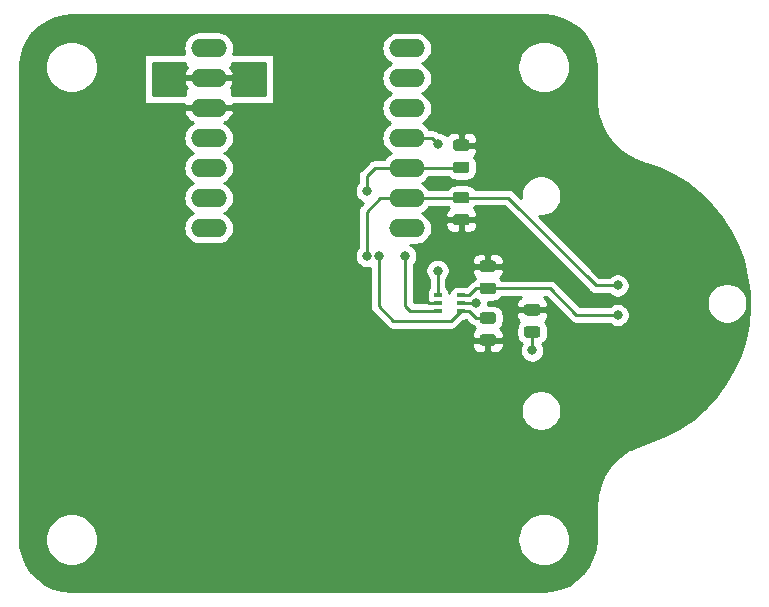
<source format=gbr>
%TF.GenerationSoftware,KiCad,Pcbnew,(5.1.6)-1*%
%TF.CreationDate,2021-12-10T22:34:56-05:00*%
%TF.ProjectId,base,62617365-2e6b-4696-9361-645f70636258,rev?*%
%TF.SameCoordinates,Original*%
%TF.FileFunction,Copper,L2,Bot*%
%TF.FilePolarity,Positive*%
%FSLAX46Y46*%
G04 Gerber Fmt 4.6, Leading zero omitted, Abs format (unit mm)*
G04 Created by KiCad (PCBNEW (5.1.6)-1) date 2021-12-10 22:34:56*
%MOMM*%
%LPD*%
G01*
G04 APERTURE LIST*
%TA.AperFunction,SMDPad,CuDef*%
%ADD10O,3.048000X1.524000*%
%TD*%
%TA.AperFunction,SMDPad,CuDef*%
%ADD11R,0.650000X0.400000*%
%TD*%
%TA.AperFunction,ViaPad*%
%ADD12C,0.800000*%
%TD*%
%TA.AperFunction,Conductor*%
%ADD13C,0.250000*%
%TD*%
%TA.AperFunction,Conductor*%
%ADD14C,0.254000*%
%TD*%
G04 APERTURE END LIST*
%TO.P,C1,1*%
%TO.N,+3V3*%
%TA.AperFunction,SMDPad,CuDef*%
G36*
G01*
X160543750Y-96075000D02*
X161456250Y-96075000D01*
G75*
G02*
X161700000Y-96318750I0J-243750D01*
G01*
X161700000Y-96806250D01*
G75*
G02*
X161456250Y-97050000I-243750J0D01*
G01*
X160543750Y-97050000D01*
G75*
G02*
X160300000Y-96806250I0J243750D01*
G01*
X160300000Y-96318750D01*
G75*
G02*
X160543750Y-96075000I243750J0D01*
G01*
G37*
%TD.AperFunction*%
%TO.P,C1,2*%
%TO.N,GND*%
%TA.AperFunction,SMDPad,CuDef*%
G36*
G01*
X160543750Y-97950000D02*
X161456250Y-97950000D01*
G75*
G02*
X161700000Y-98193750I0J-243750D01*
G01*
X161700000Y-98681250D01*
G75*
G02*
X161456250Y-98925000I-243750J0D01*
G01*
X160543750Y-98925000D01*
G75*
G02*
X160300000Y-98681250I0J243750D01*
G01*
X160300000Y-98193750D01*
G75*
G02*
X160543750Y-97950000I243750J0D01*
G01*
G37*
%TD.AperFunction*%
%TD*%
%TO.P,R1,2*%
%TO.N,SCL*%
%TA.AperFunction,SMDPad,CuDef*%
G36*
G01*
X155456250Y-87550000D02*
X154543750Y-87550000D01*
G75*
G02*
X154300000Y-87306250I0J243750D01*
G01*
X154300000Y-86818750D01*
G75*
G02*
X154543750Y-86575000I243750J0D01*
G01*
X155456250Y-86575000D01*
G75*
G02*
X155700000Y-86818750I0J-243750D01*
G01*
X155700000Y-87306250D01*
G75*
G02*
X155456250Y-87550000I-243750J0D01*
G01*
G37*
%TD.AperFunction*%
%TO.P,R1,1*%
%TO.N,+3V3*%
%TA.AperFunction,SMDPad,CuDef*%
G36*
G01*
X155456250Y-89425000D02*
X154543750Y-89425000D01*
G75*
G02*
X154300000Y-89181250I0J243750D01*
G01*
X154300000Y-88693750D01*
G75*
G02*
X154543750Y-88450000I243750J0D01*
G01*
X155456250Y-88450000D01*
G75*
G02*
X155700000Y-88693750I0J-243750D01*
G01*
X155700000Y-89181250D01*
G75*
G02*
X155456250Y-89425000I-243750J0D01*
G01*
G37*
%TD.AperFunction*%
%TD*%
%TO.P,R2,1*%
%TO.N,+3V3*%
%TA.AperFunction,SMDPad,CuDef*%
G36*
G01*
X156793750Y-92387500D02*
X157706250Y-92387500D01*
G75*
G02*
X157950000Y-92631250I0J-243750D01*
G01*
X157950000Y-93118750D01*
G75*
G02*
X157706250Y-93362500I-243750J0D01*
G01*
X156793750Y-93362500D01*
G75*
G02*
X156550000Y-93118750I0J243750D01*
G01*
X156550000Y-92631250D01*
G75*
G02*
X156793750Y-92387500I243750J0D01*
G01*
G37*
%TD.AperFunction*%
%TO.P,R2,2*%
%TO.N,SDA1*%
%TA.AperFunction,SMDPad,CuDef*%
G36*
G01*
X156793750Y-94262500D02*
X157706250Y-94262500D01*
G75*
G02*
X157950000Y-94506250I0J-243750D01*
G01*
X157950000Y-94993750D01*
G75*
G02*
X157706250Y-95237500I-243750J0D01*
G01*
X156793750Y-95237500D01*
G75*
G02*
X156550000Y-94993750I0J243750D01*
G01*
X156550000Y-94506250D01*
G75*
G02*
X156793750Y-94262500I243750J0D01*
G01*
G37*
%TD.AperFunction*%
%TD*%
%TO.P,R3,2*%
%TO.N,SDA2*%
%TA.AperFunction,SMDPad,CuDef*%
G36*
G01*
X157706250Y-97737500D02*
X156793750Y-97737500D01*
G75*
G02*
X156550000Y-97493750I0J243750D01*
G01*
X156550000Y-97006250D01*
G75*
G02*
X156793750Y-96762500I243750J0D01*
G01*
X157706250Y-96762500D01*
G75*
G02*
X157950000Y-97006250I0J-243750D01*
G01*
X157950000Y-97493750D01*
G75*
G02*
X157706250Y-97737500I-243750J0D01*
G01*
G37*
%TD.AperFunction*%
%TO.P,R3,1*%
%TO.N,+3V3*%
%TA.AperFunction,SMDPad,CuDef*%
G36*
G01*
X157706250Y-99612500D02*
X156793750Y-99612500D01*
G75*
G02*
X156550000Y-99368750I0J243750D01*
G01*
X156550000Y-98881250D01*
G75*
G02*
X156793750Y-98637500I243750J0D01*
G01*
X157706250Y-98637500D01*
G75*
G02*
X157950000Y-98881250I0J-243750D01*
G01*
X157950000Y-99368750D01*
G75*
G02*
X157706250Y-99612500I-243750J0D01*
G01*
G37*
%TD.AperFunction*%
%TD*%
%TO.P,R4,1*%
%TO.N,+3V3*%
%TA.AperFunction,SMDPad,CuDef*%
G36*
G01*
X154543750Y-82137500D02*
X155456250Y-82137500D01*
G75*
G02*
X155700000Y-82381250I0J-243750D01*
G01*
X155700000Y-82868750D01*
G75*
G02*
X155456250Y-83112500I-243750J0D01*
G01*
X154543750Y-83112500D01*
G75*
G02*
X154300000Y-82868750I0J243750D01*
G01*
X154300000Y-82381250D01*
G75*
G02*
X154543750Y-82137500I243750J0D01*
G01*
G37*
%TD.AperFunction*%
%TO.P,R4,2*%
%TO.N,SDA*%
%TA.AperFunction,SMDPad,CuDef*%
G36*
G01*
X154543750Y-84012500D02*
X155456250Y-84012500D01*
G75*
G02*
X155700000Y-84256250I0J-243750D01*
G01*
X155700000Y-84743750D01*
G75*
G02*
X155456250Y-84987500I-243750J0D01*
G01*
X154543750Y-84987500D01*
G75*
G02*
X154300000Y-84743750I0J243750D01*
G01*
X154300000Y-84256250D01*
G75*
G02*
X154543750Y-84012500I243750J0D01*
G01*
G37*
%TD.AperFunction*%
%TD*%
D10*
%TO.P,U1,1*%
%TO.N,Net-(U1-Pad1)*%
X150382000Y-74423180D03*
%TO.P,U1,2*%
%TO.N,Net-(U1-Pad2)*%
X150382000Y-76963180D03*
%TO.P,U1,3*%
%TO.N,Net-(U1-Pad3)*%
X150382000Y-79503180D03*
%TO.P,U1,4*%
%TO.N,SEL*%
X150382000Y-82000000D03*
%TO.P,U1,5*%
%TO.N,SDA*%
X150382000Y-84540000D03*
%TO.P,U1,6*%
%TO.N,SCL*%
X150382000Y-87123180D03*
%TO.P,U1,7*%
%TO.N,Net-(U1-Pad7)*%
X150382000Y-89663180D03*
%TO.P,U1,8*%
%TO.N,Net-(U1-Pad8)*%
X133618000Y-89620000D03*
%TO.P,U1,9*%
%TO.N,Net-(U1-Pad9)*%
X133618000Y-87080000D03*
%TO.P,U1,10*%
%TO.N,Net-(U1-Pad10)*%
X133618000Y-84540000D03*
%TO.P,U1,11*%
%TO.N,Net-(U1-Pad11)*%
X133618000Y-82000000D03*
%TO.P,U1,12*%
%TO.N,+3V3*%
X133618000Y-79460000D03*
%TO.P,U1,13*%
%TO.N,GND*%
X133618000Y-76920000D03*
%TO.P,U1,14*%
%TO.N,Net-(U1-Pad14)*%
X133618000Y-74380000D03*
%TD*%
D11*
%TO.P,U2,1*%
%TO.N,SDA1*%
X154950000Y-95350000D03*
%TO.P,U2,3*%
%TO.N,SDA2*%
X154950000Y-96650000D03*
%TO.P,U2,5*%
%TO.N,+3V3*%
X153050000Y-96000000D03*
%TO.P,U2,2*%
%TO.N,GND*%
X154950000Y-96000000D03*
%TO.P,U2,4*%
%TO.N,SDA*%
X153050000Y-96650000D03*
%TO.P,U2,6*%
%TO.N,SEL*%
X153050000Y-95350000D03*
%TD*%
D12*
%TO.N,+3V3*%
X145000000Y-92000000D03*
X160750000Y-93500000D03*
%TO.N,GND*%
X131000000Y-76250000D03*
X136250000Y-76250000D03*
X129500000Y-76250000D03*
X129500000Y-77750000D03*
X131000000Y-77750000D03*
X137750000Y-76250000D03*
X137750000Y-77750000D03*
X136250000Y-77750000D03*
X161000000Y-100000000D03*
X156250000Y-96000000D03*
%TO.N,SDA2*%
X148000000Y-92000000D03*
%TO.N,SCL*%
X147000000Y-92000000D03*
X168250020Y-94500000D03*
%TO.N,SDA1*%
X168250000Y-97000013D03*
%TO.N,SDA*%
X147000000Y-86500008D03*
X150249974Y-92000000D03*
%TO.N,SEL*%
X153000000Y-82500000D03*
X153000000Y-93250000D03*
%TD*%
D13*
%TO.N,+3V3*%
X153050000Y-96000000D02*
X152250000Y-96000000D01*
X152250000Y-96000000D02*
X151750000Y-95500000D01*
%TO.N,GND*%
X161000000Y-98437500D02*
X161000000Y-100000000D01*
X154950000Y-96000000D02*
X156250000Y-96000000D01*
%TO.N,SDA2*%
X156250000Y-97250000D02*
X157250000Y-97250000D01*
X154950000Y-96650000D02*
X155650000Y-96650000D01*
X155650000Y-96650000D02*
X156250000Y-97250000D01*
X154100000Y-97500000D02*
X154950000Y-96650000D01*
X149250000Y-97500000D02*
X154100000Y-97500000D01*
X148000000Y-92000000D02*
X148000000Y-96250000D01*
X148000000Y-96250000D02*
X149250000Y-97500000D01*
%TO.N,SCL*%
X166374993Y-94500000D02*
X167250000Y-94500000D01*
X155000000Y-87062500D02*
X158937493Y-87062500D01*
X167250000Y-94500000D02*
X168250020Y-94500000D01*
X158937493Y-87062500D02*
X166374993Y-94500000D01*
X154939320Y-87123180D02*
X150382000Y-87123180D01*
X155000000Y-87062500D02*
X154939320Y-87123180D01*
X147000000Y-88250000D02*
X147000000Y-92000000D01*
X150382000Y-87123180D02*
X148126820Y-87123180D01*
X148126820Y-87123180D02*
X147000000Y-88250000D01*
%TO.N,SDA1*%
X155675000Y-95350000D02*
X154950000Y-95350000D01*
X157250000Y-94750000D02*
X156275000Y-94750000D01*
X156275000Y-94750000D02*
X155675000Y-95350000D01*
X164750013Y-97000013D02*
X168250000Y-97000013D01*
X157250000Y-94750000D02*
X162500000Y-94750000D01*
X162500000Y-94750000D02*
X164750013Y-97000013D01*
%TO.N,SDA*%
X150382000Y-84540000D02*
X150790000Y-84540000D01*
X153050000Y-96650000D02*
X150650000Y-96650000D01*
X150249974Y-96249974D02*
X150249974Y-92000000D01*
X150650000Y-96650000D02*
X150249974Y-96249974D01*
X155000000Y-84540000D02*
X155000000Y-84500000D01*
X150382000Y-84540000D02*
X155000000Y-84540000D01*
X150382000Y-84540000D02*
X147710000Y-84540000D01*
X147000000Y-85250000D02*
X147000000Y-86500008D01*
X147710000Y-84540000D02*
X147000000Y-85250000D01*
%TO.N,SEL*%
X150382000Y-82000000D02*
X152500000Y-82000000D01*
X152500000Y-82000000D02*
X153000000Y-82500000D01*
X153000000Y-95300000D02*
X153050000Y-95350000D01*
X153000000Y-93250000D02*
X153000000Y-95300000D01*
%TD*%
D14*
%TO.N,+3V3*%
G36*
X162773955Y-71698566D02*
G01*
X163523433Y-71903600D01*
X164224773Y-72238122D01*
X164855776Y-72691544D01*
X165396523Y-73249551D01*
X165829906Y-73894493D01*
X166142229Y-74605983D01*
X166324781Y-75366369D01*
X166373001Y-76023001D01*
X166373000Y-78739177D01*
X166373664Y-78745919D01*
X166377800Y-78937599D01*
X166378288Y-78941993D01*
X166383122Y-79006698D01*
X166500266Y-79887889D01*
X166504593Y-79907134D01*
X166506680Y-79926752D01*
X166524720Y-79996647D01*
X166796057Y-80843166D01*
X166803725Y-80861343D01*
X166809252Y-80880279D01*
X166839378Y-80945860D01*
X166839384Y-80945874D01*
X166839385Y-80945875D01*
X167256340Y-81730966D01*
X167267102Y-81747493D01*
X167275898Y-81765156D01*
X167317161Y-81824364D01*
X167317171Y-81824379D01*
X167317176Y-81824384D01*
X167866564Y-82523225D01*
X167880083Y-82537585D01*
X167891868Y-82553412D01*
X167942960Y-82604374D01*
X167942975Y-82604390D01*
X167942981Y-82604394D01*
X168607442Y-83194903D01*
X168623291Y-83206643D01*
X168637690Y-83220130D01*
X168697018Y-83261253D01*
X169455552Y-83724767D01*
X169473236Y-83733518D01*
X169489791Y-83744239D01*
X169555450Y-83774200D01*
X169555462Y-83774206D01*
X169555466Y-83774207D01*
X170384091Y-84096069D01*
X170387511Y-84097058D01*
X170404110Y-84103455D01*
X171720132Y-84563743D01*
X172946579Y-85150768D01*
X174101194Y-85868827D01*
X175170057Y-86709263D01*
X176140230Y-87661904D01*
X177000004Y-88715253D01*
X177739002Y-89856592D01*
X178348294Y-91072134D01*
X178820514Y-92347180D01*
X179149968Y-93666354D01*
X179332676Y-95013722D01*
X179366427Y-96372999D01*
X179250816Y-97727762D01*
X178987237Y-99061661D01*
X178578877Y-100358583D01*
X178030663Y-101602867D01*
X177349223Y-102779471D01*
X176542778Y-103874200D01*
X175621088Y-104873808D01*
X174595263Y-105766248D01*
X173477697Y-106540734D01*
X172281899Y-107187902D01*
X171013532Y-107703511D01*
X170423013Y-107890268D01*
X170218082Y-107954347D01*
X170213985Y-107956041D01*
X170153181Y-107978654D01*
X169339210Y-108335963D01*
X169321928Y-108345464D01*
X169303659Y-108352919D01*
X169241539Y-108389657D01*
X169241525Y-108389665D01*
X169241520Y-108389669D01*
X168503692Y-108885468D01*
X168488360Y-108897883D01*
X168471705Y-108908453D01*
X168417080Y-108955605D01*
X168417061Y-108955620D01*
X168417056Y-108955626D01*
X167778687Y-109574248D01*
X167765796Y-109589182D01*
X167751276Y-109602534D01*
X167705864Y-109658614D01*
X167705848Y-109658633D01*
X167705843Y-109658641D01*
X167187114Y-110380529D01*
X167177075Y-110397504D01*
X167165144Y-110413222D01*
X167130377Y-110476465D01*
X167130369Y-110476478D01*
X167130369Y-110476479D01*
X166747669Y-111278825D01*
X166740792Y-111297315D01*
X166731836Y-111314893D01*
X166708812Y-111383308D01*
X166474245Y-112240744D01*
X166470753Y-112260154D01*
X166465049Y-112279044D01*
X166454504Y-112350456D01*
X166375717Y-113233249D01*
X166373001Y-113260822D01*
X166373000Y-115972074D01*
X166301434Y-116773950D01*
X166096399Y-117523435D01*
X165761878Y-118224773D01*
X165308454Y-118855779D01*
X164750449Y-119396523D01*
X164105507Y-119829906D01*
X163394015Y-120142229D01*
X162633632Y-120324781D01*
X161977012Y-120373000D01*
X122027937Y-120373000D01*
X121226050Y-120301433D01*
X120476565Y-120096398D01*
X119775227Y-119761877D01*
X119144225Y-119308456D01*
X118603480Y-118750451D01*
X118170097Y-118105510D01*
X117857771Y-117394012D01*
X117675220Y-116633631D01*
X117627000Y-115976998D01*
X117627000Y-115779755D01*
X119763820Y-115779755D01*
X119763820Y-116220245D01*
X119849755Y-116652270D01*
X120018323Y-117059228D01*
X120263046Y-117425482D01*
X120574518Y-117736954D01*
X120940772Y-117981677D01*
X121347730Y-118150245D01*
X121779755Y-118236180D01*
X122220245Y-118236180D01*
X122652270Y-118150245D01*
X123059228Y-117981677D01*
X123425482Y-117736954D01*
X123736954Y-117425482D01*
X123981677Y-117059228D01*
X124150245Y-116652270D01*
X124236180Y-116220245D01*
X124236180Y-115779755D01*
X159763819Y-115779755D01*
X159763819Y-116220245D01*
X159849754Y-116652270D01*
X160018322Y-117059229D01*
X160263045Y-117425482D01*
X160574518Y-117736955D01*
X160940771Y-117981678D01*
X161347730Y-118150246D01*
X161779755Y-118236181D01*
X162220245Y-118236181D01*
X162652270Y-118150246D01*
X163059229Y-117981678D01*
X163425482Y-117736955D01*
X163736955Y-117425482D01*
X163981678Y-117059229D01*
X164150246Y-116652270D01*
X164236181Y-116220245D01*
X164236181Y-115779755D01*
X164150246Y-115347730D01*
X163981678Y-114940771D01*
X163736955Y-114574518D01*
X163425482Y-114263045D01*
X163059229Y-114018322D01*
X162652270Y-113849754D01*
X162220245Y-113763819D01*
X161779755Y-113763819D01*
X161347730Y-113849754D01*
X160940771Y-114018322D01*
X160574518Y-114263045D01*
X160263045Y-114574518D01*
X160018322Y-114940771D01*
X159849754Y-115347730D01*
X159763819Y-115779755D01*
X124236180Y-115779755D01*
X124150245Y-115347730D01*
X123981677Y-114940772D01*
X123736954Y-114574518D01*
X123425482Y-114263046D01*
X123059228Y-114018323D01*
X122652270Y-113849755D01*
X122220245Y-113763820D01*
X121779755Y-113763820D01*
X121347730Y-113849755D01*
X120940772Y-114018323D01*
X120574518Y-114263046D01*
X120263046Y-114574518D01*
X120018323Y-114940772D01*
X119849755Y-115347730D01*
X119763820Y-115779755D01*
X117627000Y-115779755D01*
X117627000Y-104923171D01*
X160023000Y-104923171D01*
X160023000Y-105263361D01*
X160089368Y-105597013D01*
X160219553Y-105911307D01*
X160408552Y-106194164D01*
X160649102Y-106434714D01*
X160931959Y-106623713D01*
X161246253Y-106753898D01*
X161579905Y-106820266D01*
X161920095Y-106820266D01*
X162253747Y-106753898D01*
X162568041Y-106623713D01*
X162850898Y-106434714D01*
X163091448Y-106194164D01*
X163280447Y-105911307D01*
X163410632Y-105597013D01*
X163477000Y-105263361D01*
X163477000Y-104923171D01*
X163410632Y-104589519D01*
X163280447Y-104275225D01*
X163091448Y-103992368D01*
X162850898Y-103751818D01*
X162568041Y-103562819D01*
X162253747Y-103432634D01*
X161920095Y-103366266D01*
X161579905Y-103366266D01*
X161246253Y-103432634D01*
X160931959Y-103562819D01*
X160649102Y-103751818D01*
X160408552Y-103992368D01*
X160219553Y-104275225D01*
X160089368Y-104589519D01*
X160023000Y-104923171D01*
X117627000Y-104923171D01*
X117627000Y-99612500D01*
X155911928Y-99612500D01*
X155924188Y-99736982D01*
X155960498Y-99856680D01*
X156019463Y-99966994D01*
X156098815Y-100063685D01*
X156195506Y-100143037D01*
X156305820Y-100202002D01*
X156425518Y-100238312D01*
X156550000Y-100250572D01*
X156964250Y-100247500D01*
X157123000Y-100088750D01*
X157123000Y-99252000D01*
X157377000Y-99252000D01*
X157377000Y-100088750D01*
X157535750Y-100247500D01*
X157950000Y-100250572D01*
X158074482Y-100238312D01*
X158194180Y-100202002D01*
X158304494Y-100143037D01*
X158401185Y-100063685D01*
X158480537Y-99966994D01*
X158539502Y-99856680D01*
X158575812Y-99736982D01*
X158588072Y-99612500D01*
X158585000Y-99410750D01*
X158426250Y-99252000D01*
X157377000Y-99252000D01*
X157123000Y-99252000D01*
X156073750Y-99252000D01*
X155915000Y-99410750D01*
X155911928Y-99612500D01*
X117627000Y-99612500D01*
X117627000Y-82000000D01*
X131460280Y-82000000D01*
X131487098Y-82272291D01*
X131566523Y-82534119D01*
X131695501Y-82775420D01*
X131869077Y-82986923D01*
X132080580Y-83160499D01*
X132285442Y-83270000D01*
X132080580Y-83379501D01*
X131869077Y-83553077D01*
X131695501Y-83764580D01*
X131566523Y-84005881D01*
X131487098Y-84267709D01*
X131460280Y-84540000D01*
X131487098Y-84812291D01*
X131566523Y-85074119D01*
X131695501Y-85315420D01*
X131869077Y-85526923D01*
X132080580Y-85700499D01*
X132285442Y-85810000D01*
X132080580Y-85919501D01*
X131869077Y-86093077D01*
X131695501Y-86304580D01*
X131566523Y-86545881D01*
X131487098Y-86807709D01*
X131460280Y-87080000D01*
X131487098Y-87352291D01*
X131566523Y-87614119D01*
X131695501Y-87855420D01*
X131869077Y-88066923D01*
X132080580Y-88240499D01*
X132285442Y-88350000D01*
X132080580Y-88459501D01*
X131869077Y-88633077D01*
X131695501Y-88844580D01*
X131566523Y-89085881D01*
X131487098Y-89347709D01*
X131460280Y-89620000D01*
X131487098Y-89892291D01*
X131566523Y-90154119D01*
X131695501Y-90395420D01*
X131869077Y-90606923D01*
X132080580Y-90780499D01*
X132321881Y-90909477D01*
X132583709Y-90988902D01*
X132787770Y-91009000D01*
X134448230Y-91009000D01*
X134652291Y-90988902D01*
X134914119Y-90909477D01*
X135155420Y-90780499D01*
X135366923Y-90606923D01*
X135540499Y-90395420D01*
X135669477Y-90154119D01*
X135748902Y-89892291D01*
X135775720Y-89620000D01*
X135748902Y-89347709D01*
X135669477Y-89085881D01*
X135540499Y-88844580D01*
X135366923Y-88633077D01*
X135155420Y-88459501D01*
X134950558Y-88350000D01*
X135155420Y-88240499D01*
X135366923Y-88066923D01*
X135540499Y-87855420D01*
X135669477Y-87614119D01*
X135748902Y-87352291D01*
X135775720Y-87080000D01*
X135748902Y-86807709D01*
X135669477Y-86545881D01*
X135590892Y-86398857D01*
X145973000Y-86398857D01*
X145973000Y-86601159D01*
X146012467Y-86799573D01*
X146089885Y-86986475D01*
X146202277Y-87154682D01*
X146345326Y-87297731D01*
X146513533Y-87410123D01*
X146699400Y-87487112D01*
X146494379Y-87692133D01*
X146465683Y-87715683D01*
X146420177Y-87771133D01*
X146371710Y-87830190D01*
X146338469Y-87892381D01*
X146301882Y-87960831D01*
X146258881Y-88102583D01*
X146248000Y-88213062D01*
X146244362Y-88250000D01*
X146248000Y-88286936D01*
X146248001Y-91299602D01*
X146202277Y-91345326D01*
X146089885Y-91513533D01*
X146012467Y-91700435D01*
X145973000Y-91898849D01*
X145973000Y-92101151D01*
X146012467Y-92299565D01*
X146089885Y-92486467D01*
X146202277Y-92654674D01*
X146345326Y-92797723D01*
X146513533Y-92910115D01*
X146700435Y-92987533D01*
X146898849Y-93027000D01*
X147101151Y-93027000D01*
X147248000Y-92997790D01*
X147248001Y-96213055D01*
X147244362Y-96250000D01*
X147256351Y-96371723D01*
X147258880Y-96397392D01*
X147258882Y-96397417D01*
X147301882Y-96539169D01*
X147371710Y-96669810D01*
X147439162Y-96752000D01*
X147465684Y-96784317D01*
X147494375Y-96807863D01*
X148692137Y-98005626D01*
X148715683Y-98034317D01*
X148830190Y-98128290D01*
X148960830Y-98198118D01*
X149102582Y-98241119D01*
X149213062Y-98252000D01*
X149213064Y-98252000D01*
X149250000Y-98255638D01*
X149286935Y-98252000D01*
X154063065Y-98252000D01*
X154100000Y-98255638D01*
X154136935Y-98252000D01*
X154136938Y-98252000D01*
X154247418Y-98241119D01*
X154389170Y-98198118D01*
X154519810Y-98128290D01*
X154634317Y-98034317D01*
X154657867Y-98005621D01*
X155183455Y-97480033D01*
X155275000Y-97480033D01*
X155397913Y-97467927D01*
X155402920Y-97466408D01*
X155692137Y-97755626D01*
X155715683Y-97784317D01*
X155744374Y-97807863D01*
X155830189Y-97878290D01*
X155876762Y-97903183D01*
X155960830Y-97948118D01*
X156068532Y-97980790D01*
X156175892Y-98111608D01*
X156182869Y-98117334D01*
X156098815Y-98186315D01*
X156019463Y-98283006D01*
X155960498Y-98393320D01*
X155924188Y-98513018D01*
X155911928Y-98637500D01*
X155915000Y-98839250D01*
X156073750Y-98998000D01*
X157123000Y-98998000D01*
X157123000Y-98978000D01*
X157377000Y-98978000D01*
X157377000Y-98998000D01*
X158426250Y-98998000D01*
X158585000Y-98839250D01*
X158588072Y-98637500D01*
X158575812Y-98513018D01*
X158539502Y-98393320D01*
X158480537Y-98283006D01*
X158401185Y-98186315D01*
X158317131Y-98117334D01*
X158324108Y-98111608D01*
X158432774Y-97979198D01*
X158513520Y-97828132D01*
X158563244Y-97664217D01*
X158580033Y-97493750D01*
X158580033Y-97050000D01*
X159661928Y-97050000D01*
X159674188Y-97174482D01*
X159710498Y-97294180D01*
X159769463Y-97404494D01*
X159848815Y-97501185D01*
X159932869Y-97570166D01*
X159925892Y-97575892D01*
X159817226Y-97708302D01*
X159736480Y-97859368D01*
X159686756Y-98023283D01*
X159669967Y-98193750D01*
X159669967Y-98681250D01*
X159686756Y-98851717D01*
X159736480Y-99015632D01*
X159817226Y-99166698D01*
X159925892Y-99299108D01*
X160058302Y-99407774D01*
X160133643Y-99448044D01*
X160089885Y-99513533D01*
X160012467Y-99700435D01*
X159973000Y-99898849D01*
X159973000Y-100101151D01*
X160012467Y-100299565D01*
X160089885Y-100486467D01*
X160202277Y-100654674D01*
X160345326Y-100797723D01*
X160513533Y-100910115D01*
X160700435Y-100987533D01*
X160898849Y-101027000D01*
X161101151Y-101027000D01*
X161299565Y-100987533D01*
X161486467Y-100910115D01*
X161654674Y-100797723D01*
X161797723Y-100654674D01*
X161910115Y-100486467D01*
X161987533Y-100299565D01*
X162027000Y-100101151D01*
X162027000Y-99898849D01*
X161987533Y-99700435D01*
X161910115Y-99513533D01*
X161866357Y-99448044D01*
X161941698Y-99407774D01*
X162074108Y-99299108D01*
X162182774Y-99166698D01*
X162263520Y-99015632D01*
X162313244Y-98851717D01*
X162330033Y-98681250D01*
X162330033Y-98193750D01*
X162313244Y-98023283D01*
X162263520Y-97859368D01*
X162182774Y-97708302D01*
X162074108Y-97575892D01*
X162067131Y-97570166D01*
X162151185Y-97501185D01*
X162230537Y-97404494D01*
X162289502Y-97294180D01*
X162325812Y-97174482D01*
X162338072Y-97050000D01*
X162335000Y-96848250D01*
X162176250Y-96689500D01*
X161127000Y-96689500D01*
X161127000Y-96709500D01*
X160873000Y-96709500D01*
X160873000Y-96689500D01*
X159823750Y-96689500D01*
X159665000Y-96848250D01*
X159661928Y-97050000D01*
X158580033Y-97050000D01*
X158580033Y-97006250D01*
X158563244Y-96835783D01*
X158513520Y-96671868D01*
X158432774Y-96520802D01*
X158324108Y-96388392D01*
X158191698Y-96279726D01*
X158040632Y-96198980D01*
X157876717Y-96149256D01*
X157706250Y-96132467D01*
X157270771Y-96132467D01*
X157277000Y-96101151D01*
X157277000Y-95898849D01*
X157270771Y-95867533D01*
X157706250Y-95867533D01*
X157876717Y-95850744D01*
X158040632Y-95801020D01*
X158191698Y-95720274D01*
X158324108Y-95611608D01*
X158414061Y-95502000D01*
X160024947Y-95502000D01*
X159945506Y-95544463D01*
X159848815Y-95623815D01*
X159769463Y-95720506D01*
X159710498Y-95830820D01*
X159674188Y-95950518D01*
X159661928Y-96075000D01*
X159665000Y-96276750D01*
X159823750Y-96435500D01*
X160873000Y-96435500D01*
X160873000Y-96415500D01*
X161127000Y-96415500D01*
X161127000Y-96435500D01*
X162176250Y-96435500D01*
X162335000Y-96276750D01*
X162338072Y-96075000D01*
X162325812Y-95950518D01*
X162289502Y-95830820D01*
X162230537Y-95720506D01*
X162151185Y-95623815D01*
X162054494Y-95544463D01*
X161975053Y-95502000D01*
X162188512Y-95502000D01*
X164192150Y-97505639D01*
X164215696Y-97534330D01*
X164330203Y-97628303D01*
X164460843Y-97698131D01*
X164602595Y-97741132D01*
X164713075Y-97752013D01*
X164713077Y-97752013D01*
X164750013Y-97755651D01*
X164786948Y-97752013D01*
X167549603Y-97752013D01*
X167595326Y-97797736D01*
X167763533Y-97910128D01*
X167950435Y-97987546D01*
X168148849Y-98027013D01*
X168351151Y-98027013D01*
X168549565Y-97987546D01*
X168736467Y-97910128D01*
X168904674Y-97797736D01*
X169047723Y-97654687D01*
X169160115Y-97486480D01*
X169237533Y-97299578D01*
X169277000Y-97101164D01*
X169277000Y-96898862D01*
X169237533Y-96700448D01*
X169160115Y-96513546D01*
X169047723Y-96345339D01*
X168904674Y-96202290D01*
X168736467Y-96089898D01*
X168549565Y-96012480D01*
X168351151Y-95973013D01*
X168148849Y-95973013D01*
X167950435Y-96012480D01*
X167763533Y-96089898D01*
X167595326Y-96202290D01*
X167549603Y-96248013D01*
X165061502Y-96248013D01*
X164643394Y-95829905D01*
X175773000Y-95829905D01*
X175773000Y-96170095D01*
X175839368Y-96503747D01*
X175969553Y-96818041D01*
X176158552Y-97100898D01*
X176399102Y-97341448D01*
X176681959Y-97530447D01*
X176996253Y-97660632D01*
X177329905Y-97727000D01*
X177670095Y-97727000D01*
X178003747Y-97660632D01*
X178318041Y-97530447D01*
X178600898Y-97341448D01*
X178841448Y-97100898D01*
X179030447Y-96818041D01*
X179160632Y-96503747D01*
X179227000Y-96170095D01*
X179227000Y-95829905D01*
X179160632Y-95496253D01*
X179030447Y-95181959D01*
X178841448Y-94899102D01*
X178600898Y-94658552D01*
X178318041Y-94469553D01*
X178003747Y-94339368D01*
X177670095Y-94273000D01*
X177329905Y-94273000D01*
X176996253Y-94339368D01*
X176681959Y-94469553D01*
X176399102Y-94658552D01*
X176158552Y-94899102D01*
X175969553Y-95181959D01*
X175839368Y-95496253D01*
X175773000Y-95829905D01*
X164643394Y-95829905D01*
X163057867Y-94244379D01*
X163034317Y-94215683D01*
X162919810Y-94121710D01*
X162789170Y-94051882D01*
X162647418Y-94008881D01*
X162536938Y-93998000D01*
X162536935Y-93998000D01*
X162500000Y-93994362D01*
X162463065Y-93998000D01*
X158414061Y-93998000D01*
X158324108Y-93888392D01*
X158317131Y-93882666D01*
X158401185Y-93813685D01*
X158480537Y-93716994D01*
X158539502Y-93606680D01*
X158575812Y-93486982D01*
X158588072Y-93362500D01*
X158585000Y-93160750D01*
X158426250Y-93002000D01*
X157377000Y-93002000D01*
X157377000Y-93022000D01*
X157123000Y-93022000D01*
X157123000Y-93002000D01*
X156073750Y-93002000D01*
X155915000Y-93160750D01*
X155911928Y-93362500D01*
X155924188Y-93486982D01*
X155960498Y-93606680D01*
X156019463Y-93716994D01*
X156098815Y-93813685D01*
X156182869Y-93882666D01*
X156175892Y-93888392D01*
X156067226Y-94020802D01*
X156063151Y-94028426D01*
X155985830Y-94051882D01*
X155925017Y-94084387D01*
X155855189Y-94121710D01*
X155794072Y-94171868D01*
X155740683Y-94215683D01*
X155717137Y-94244374D01*
X155422101Y-94539410D01*
X155397913Y-94532073D01*
X155275000Y-94519967D01*
X154625000Y-94519967D01*
X154502087Y-94532073D01*
X154383897Y-94567925D01*
X154274972Y-94626147D01*
X154179499Y-94704499D01*
X154101147Y-94799972D01*
X154042925Y-94908897D01*
X154007073Y-95027087D01*
X154000000Y-95098900D01*
X153992927Y-95027087D01*
X153957075Y-94908897D01*
X153898853Y-94799972D01*
X153820501Y-94704499D01*
X153752000Y-94648282D01*
X153752000Y-93950397D01*
X153797723Y-93904674D01*
X153910115Y-93736467D01*
X153987533Y-93549565D01*
X154027000Y-93351151D01*
X154027000Y-93148849D01*
X153987533Y-92950435D01*
X153910115Y-92763533D01*
X153797723Y-92595326D01*
X153654674Y-92452277D01*
X153557729Y-92387500D01*
X155911928Y-92387500D01*
X155915000Y-92589250D01*
X156073750Y-92748000D01*
X157123000Y-92748000D01*
X157123000Y-91911250D01*
X157377000Y-91911250D01*
X157377000Y-92748000D01*
X158426250Y-92748000D01*
X158585000Y-92589250D01*
X158588072Y-92387500D01*
X158575812Y-92263018D01*
X158539502Y-92143320D01*
X158480537Y-92033006D01*
X158401185Y-91936315D01*
X158304494Y-91856963D01*
X158194180Y-91797998D01*
X158074482Y-91761688D01*
X157950000Y-91749428D01*
X157535750Y-91752500D01*
X157377000Y-91911250D01*
X157123000Y-91911250D01*
X156964250Y-91752500D01*
X156550000Y-91749428D01*
X156425518Y-91761688D01*
X156305820Y-91797998D01*
X156195506Y-91856963D01*
X156098815Y-91936315D01*
X156019463Y-92033006D01*
X155960498Y-92143320D01*
X155924188Y-92263018D01*
X155911928Y-92387500D01*
X153557729Y-92387500D01*
X153486467Y-92339885D01*
X153299565Y-92262467D01*
X153101151Y-92223000D01*
X152898849Y-92223000D01*
X152700435Y-92262467D01*
X152513533Y-92339885D01*
X152345326Y-92452277D01*
X152202277Y-92595326D01*
X152089885Y-92763533D01*
X152012467Y-92950435D01*
X151973000Y-93148849D01*
X151973000Y-93351151D01*
X152012467Y-93549565D01*
X152089885Y-93736467D01*
X152202277Y-93904674D01*
X152248000Y-93950397D01*
X152248001Y-94742880D01*
X152201147Y-94799972D01*
X152142925Y-94908897D01*
X152107073Y-95027087D01*
X152094967Y-95150000D01*
X152094967Y-95550000D01*
X152105040Y-95652274D01*
X152102454Y-95660098D01*
X152090000Y-95768250D01*
X152177457Y-95855707D01*
X152186699Y-95872998D01*
X152090000Y-95872998D01*
X152090000Y-95898000D01*
X151001974Y-95898000D01*
X151001974Y-92700397D01*
X151047697Y-92654674D01*
X151160089Y-92486467D01*
X151237507Y-92299565D01*
X151276974Y-92101151D01*
X151276974Y-91898849D01*
X151237507Y-91700435D01*
X151160089Y-91513533D01*
X151047697Y-91345326D01*
X150904648Y-91202277D01*
X150736441Y-91089885D01*
X150645414Y-91052180D01*
X151212230Y-91052180D01*
X151416291Y-91032082D01*
X151678119Y-90952657D01*
X151919420Y-90823679D01*
X152130923Y-90650103D01*
X152304499Y-90438600D01*
X152433477Y-90197299D01*
X152512902Y-89935471D01*
X152539720Y-89663180D01*
X152516262Y-89425000D01*
X153661928Y-89425000D01*
X153674188Y-89549482D01*
X153710498Y-89669180D01*
X153769463Y-89779494D01*
X153848815Y-89876185D01*
X153945506Y-89955537D01*
X154055820Y-90014502D01*
X154175518Y-90050812D01*
X154300000Y-90063072D01*
X154714250Y-90060000D01*
X154873000Y-89901250D01*
X154873000Y-89064500D01*
X155127000Y-89064500D01*
X155127000Y-89901250D01*
X155285750Y-90060000D01*
X155700000Y-90063072D01*
X155824482Y-90050812D01*
X155944180Y-90014502D01*
X156054494Y-89955537D01*
X156151185Y-89876185D01*
X156230537Y-89779494D01*
X156289502Y-89669180D01*
X156325812Y-89549482D01*
X156338072Y-89425000D01*
X156335000Y-89223250D01*
X156176250Y-89064500D01*
X155127000Y-89064500D01*
X154873000Y-89064500D01*
X153823750Y-89064500D01*
X153665000Y-89223250D01*
X153661928Y-89425000D01*
X152516262Y-89425000D01*
X152512902Y-89390889D01*
X152433477Y-89129061D01*
X152304499Y-88887760D01*
X152130923Y-88676257D01*
X151919420Y-88502681D01*
X151714558Y-88393180D01*
X151919420Y-88283679D01*
X152130923Y-88110103D01*
X152304499Y-87898600D01*
X152317017Y-87875180D01*
X153885738Y-87875180D01*
X153925892Y-87924108D01*
X153932869Y-87929834D01*
X153848815Y-87998815D01*
X153769463Y-88095506D01*
X153710498Y-88205820D01*
X153674188Y-88325518D01*
X153661928Y-88450000D01*
X153665000Y-88651750D01*
X153823750Y-88810500D01*
X154873000Y-88810500D01*
X154873000Y-88790500D01*
X155127000Y-88790500D01*
X155127000Y-88810500D01*
X156176250Y-88810500D01*
X156335000Y-88651750D01*
X156338072Y-88450000D01*
X156325812Y-88325518D01*
X156289502Y-88205820D01*
X156230537Y-88095506D01*
X156151185Y-87998815D01*
X156067131Y-87929834D01*
X156074108Y-87924108D01*
X156164061Y-87814500D01*
X158626005Y-87814500D01*
X165817130Y-95005626D01*
X165840676Y-95034317D01*
X165869367Y-95057863D01*
X165955182Y-95128290D01*
X166022398Y-95164217D01*
X166085823Y-95198118D01*
X166227575Y-95241119D01*
X166338055Y-95252000D01*
X166338057Y-95252000D01*
X166374992Y-95255638D01*
X166411928Y-95252000D01*
X167549623Y-95252000D01*
X167595346Y-95297723D01*
X167763553Y-95410115D01*
X167950455Y-95487533D01*
X168148869Y-95527000D01*
X168351171Y-95527000D01*
X168549585Y-95487533D01*
X168736487Y-95410115D01*
X168904694Y-95297723D01*
X169047743Y-95154674D01*
X169160135Y-94986467D01*
X169237553Y-94799565D01*
X169277020Y-94601151D01*
X169277020Y-94398849D01*
X169237553Y-94200435D01*
X169160135Y-94013533D01*
X169047743Y-93845326D01*
X168904694Y-93702277D01*
X168736487Y-93589885D01*
X168549585Y-93512467D01*
X168351171Y-93473000D01*
X168148869Y-93473000D01*
X167950455Y-93512467D01*
X167763553Y-93589885D01*
X167595346Y-93702277D01*
X167549623Y-93748000D01*
X166686482Y-93748000D01*
X161570306Y-88631825D01*
X161579905Y-88633734D01*
X161920095Y-88633734D01*
X162253747Y-88567366D01*
X162568041Y-88437181D01*
X162850898Y-88248182D01*
X163091448Y-88007632D01*
X163280447Y-87724775D01*
X163410632Y-87410481D01*
X163477000Y-87076829D01*
X163477000Y-86736639D01*
X163410632Y-86402987D01*
X163280447Y-86088693D01*
X163091448Y-85805836D01*
X162850898Y-85565286D01*
X162568041Y-85376287D01*
X162253747Y-85246102D01*
X161920095Y-85179734D01*
X161579905Y-85179734D01*
X161246253Y-85246102D01*
X160931959Y-85376287D01*
X160649102Y-85565286D01*
X160408552Y-85805836D01*
X160219553Y-86088693D01*
X160089368Y-86402987D01*
X160023000Y-86736639D01*
X160023000Y-87076829D01*
X160024909Y-87086428D01*
X159495360Y-86556879D01*
X159471810Y-86528183D01*
X159357303Y-86434210D01*
X159226663Y-86364382D01*
X159084911Y-86321381D01*
X158974431Y-86310500D01*
X158974428Y-86310500D01*
X158937493Y-86306862D01*
X158900558Y-86310500D01*
X156164061Y-86310500D01*
X156074108Y-86200892D01*
X155941698Y-86092226D01*
X155790632Y-86011480D01*
X155626717Y-85961756D01*
X155456250Y-85944967D01*
X154543750Y-85944967D01*
X154373283Y-85961756D01*
X154209368Y-86011480D01*
X154058302Y-86092226D01*
X153925892Y-86200892D01*
X153817226Y-86333302D01*
X153796980Y-86371180D01*
X152317017Y-86371180D01*
X152304499Y-86347760D01*
X152130923Y-86136257D01*
X151919420Y-85962681D01*
X151678119Y-85833703D01*
X151671153Y-85831590D01*
X151678119Y-85829477D01*
X151919420Y-85700499D01*
X152130923Y-85526923D01*
X152304499Y-85315420D01*
X152317017Y-85292000D01*
X153868766Y-85292000D01*
X153925892Y-85361608D01*
X154058302Y-85470274D01*
X154209368Y-85551020D01*
X154373283Y-85600744D01*
X154543750Y-85617533D01*
X155456250Y-85617533D01*
X155626717Y-85600744D01*
X155790632Y-85551020D01*
X155941698Y-85470274D01*
X156074108Y-85361608D01*
X156182774Y-85229198D01*
X156263520Y-85078132D01*
X156313244Y-84914217D01*
X156330033Y-84743750D01*
X156330033Y-84256250D01*
X156313244Y-84085783D01*
X156263520Y-83921868D01*
X156182774Y-83770802D01*
X156074108Y-83638392D01*
X156067131Y-83632666D01*
X156151185Y-83563685D01*
X156230537Y-83466994D01*
X156289502Y-83356680D01*
X156325812Y-83236982D01*
X156338072Y-83112500D01*
X156335000Y-82910750D01*
X156176250Y-82752000D01*
X155127000Y-82752000D01*
X155127000Y-82772000D01*
X154873000Y-82772000D01*
X154873000Y-82752000D01*
X154853000Y-82752000D01*
X154853000Y-82498000D01*
X154873000Y-82498000D01*
X154873000Y-81661250D01*
X155127000Y-81661250D01*
X155127000Y-82498000D01*
X156176250Y-82498000D01*
X156335000Y-82339250D01*
X156338072Y-82137500D01*
X156325812Y-82013018D01*
X156289502Y-81893320D01*
X156230537Y-81783006D01*
X156151185Y-81686315D01*
X156054494Y-81606963D01*
X155944180Y-81547998D01*
X155824482Y-81511688D01*
X155700000Y-81499428D01*
X155285750Y-81502500D01*
X155127000Y-81661250D01*
X154873000Y-81661250D01*
X154714250Y-81502500D01*
X154300000Y-81499428D01*
X154175518Y-81511688D01*
X154055820Y-81547998D01*
X153945506Y-81606963D01*
X153848815Y-81686315D01*
X153769463Y-81783006D01*
X153757599Y-81805202D01*
X153654674Y-81702277D01*
X153486467Y-81589885D01*
X153299565Y-81512467D01*
X153101151Y-81473000D01*
X153040322Y-81473000D01*
X153034317Y-81465683D01*
X152919810Y-81371710D01*
X152789170Y-81301882D01*
X152647418Y-81258881D01*
X152536938Y-81248000D01*
X152536935Y-81248000D01*
X152500000Y-81244362D01*
X152463065Y-81248000D01*
X152317017Y-81248000D01*
X152304499Y-81224580D01*
X152130923Y-81013077D01*
X151919420Y-80839501D01*
X151754950Y-80751590D01*
X151919420Y-80663679D01*
X152130923Y-80490103D01*
X152304499Y-80278600D01*
X152433477Y-80037299D01*
X152512902Y-79775471D01*
X152539720Y-79503180D01*
X152512902Y-79230889D01*
X152433477Y-78969061D01*
X152304499Y-78727760D01*
X152130923Y-78516257D01*
X151919420Y-78342681D01*
X151714558Y-78233180D01*
X151919420Y-78123679D01*
X152130923Y-77950103D01*
X152304499Y-77738600D01*
X152433477Y-77497299D01*
X152512902Y-77235471D01*
X152539720Y-76963180D01*
X152512902Y-76690889D01*
X152433477Y-76429061D01*
X152304499Y-76187760D01*
X152130923Y-75976257D01*
X151919420Y-75802681D01*
X151876529Y-75779755D01*
X159763819Y-75779755D01*
X159763819Y-76220245D01*
X159849754Y-76652270D01*
X160018322Y-77059229D01*
X160263045Y-77425482D01*
X160574518Y-77736955D01*
X160940771Y-77981678D01*
X161347730Y-78150246D01*
X161779755Y-78236181D01*
X162220245Y-78236181D01*
X162652270Y-78150246D01*
X163059229Y-77981678D01*
X163425482Y-77736955D01*
X163736955Y-77425482D01*
X163981678Y-77059229D01*
X164150246Y-76652270D01*
X164236181Y-76220245D01*
X164236181Y-75779755D01*
X164150246Y-75347730D01*
X163981678Y-74940771D01*
X163736955Y-74574518D01*
X163425482Y-74263045D01*
X163059229Y-74018322D01*
X162652270Y-73849754D01*
X162220245Y-73763819D01*
X161779755Y-73763819D01*
X161347730Y-73849754D01*
X160940771Y-74018322D01*
X160574518Y-74263045D01*
X160263045Y-74574518D01*
X160018322Y-74940771D01*
X159849754Y-75347730D01*
X159763819Y-75779755D01*
X151876529Y-75779755D01*
X151714558Y-75693180D01*
X151919420Y-75583679D01*
X152130923Y-75410103D01*
X152304499Y-75198600D01*
X152433477Y-74957299D01*
X152512902Y-74695471D01*
X152539720Y-74423180D01*
X152512902Y-74150889D01*
X152433477Y-73889061D01*
X152304499Y-73647760D01*
X152130923Y-73436257D01*
X151919420Y-73262681D01*
X151678119Y-73133703D01*
X151416291Y-73054278D01*
X151212230Y-73034180D01*
X149551770Y-73034180D01*
X149347709Y-73054278D01*
X149085881Y-73133703D01*
X148844580Y-73262681D01*
X148633077Y-73436257D01*
X148459501Y-73647760D01*
X148330523Y-73889061D01*
X148251098Y-74150889D01*
X148224280Y-74423180D01*
X148251098Y-74695471D01*
X148330523Y-74957299D01*
X148459501Y-75198600D01*
X148633077Y-75410103D01*
X148844580Y-75583679D01*
X149049442Y-75693180D01*
X148844580Y-75802681D01*
X148633077Y-75976257D01*
X148459501Y-76187760D01*
X148330523Y-76429061D01*
X148251098Y-76690889D01*
X148224280Y-76963180D01*
X148251098Y-77235471D01*
X148330523Y-77497299D01*
X148459501Y-77738600D01*
X148633077Y-77950103D01*
X148844580Y-78123679D01*
X149049442Y-78233180D01*
X148844580Y-78342681D01*
X148633077Y-78516257D01*
X148459501Y-78727760D01*
X148330523Y-78969061D01*
X148251098Y-79230889D01*
X148224280Y-79503180D01*
X148251098Y-79775471D01*
X148330523Y-80037299D01*
X148459501Y-80278600D01*
X148633077Y-80490103D01*
X148844580Y-80663679D01*
X149009050Y-80751590D01*
X148844580Y-80839501D01*
X148633077Y-81013077D01*
X148459501Y-81224580D01*
X148330523Y-81465881D01*
X148251098Y-81727709D01*
X148224280Y-82000000D01*
X148251098Y-82272291D01*
X148330523Y-82534119D01*
X148459501Y-82775420D01*
X148633077Y-82986923D01*
X148844580Y-83160499D01*
X149049442Y-83270000D01*
X148844580Y-83379501D01*
X148633077Y-83553077D01*
X148459501Y-83764580D01*
X148446983Y-83788000D01*
X147746935Y-83788000D01*
X147710000Y-83784362D01*
X147673064Y-83788000D01*
X147673062Y-83788000D01*
X147562582Y-83798881D01*
X147420830Y-83841882D01*
X147290190Y-83911710D01*
X147175683Y-84005683D01*
X147152133Y-84034379D01*
X146494379Y-84692133D01*
X146465683Y-84715683D01*
X146412583Y-84780386D01*
X146371710Y-84830190D01*
X146315311Y-84935707D01*
X146301882Y-84960831D01*
X146258881Y-85102583D01*
X146248194Y-85211096D01*
X146244362Y-85250000D01*
X146248000Y-85286936D01*
X146248000Y-85799611D01*
X146202277Y-85845334D01*
X146089885Y-86013541D01*
X146012467Y-86200443D01*
X145973000Y-86398857D01*
X135590892Y-86398857D01*
X135540499Y-86304580D01*
X135366923Y-86093077D01*
X135155420Y-85919501D01*
X134950558Y-85810000D01*
X135155420Y-85700499D01*
X135366923Y-85526923D01*
X135540499Y-85315420D01*
X135669477Y-85074119D01*
X135748902Y-84812291D01*
X135775720Y-84540000D01*
X135748902Y-84267709D01*
X135669477Y-84005881D01*
X135540499Y-83764580D01*
X135366923Y-83553077D01*
X135155420Y-83379501D01*
X134950558Y-83270000D01*
X135155420Y-83160499D01*
X135366923Y-82986923D01*
X135540499Y-82775420D01*
X135669477Y-82534119D01*
X135748902Y-82272291D01*
X135775720Y-82000000D01*
X135748902Y-81727709D01*
X135669477Y-81465881D01*
X135540499Y-81224580D01*
X135366923Y-81013077D01*
X135155420Y-80839501D01*
X134955936Y-80732875D01*
X135031942Y-80702059D01*
X135261729Y-80551006D01*
X135457632Y-80358026D01*
X135612122Y-80130535D01*
X135719262Y-79877276D01*
X135734220Y-79803070D01*
X135611720Y-79587000D01*
X133745000Y-79587000D01*
X133745000Y-79607000D01*
X133491000Y-79607000D01*
X133491000Y-79587000D01*
X131624280Y-79587000D01*
X131501780Y-79803070D01*
X131516738Y-79877276D01*
X131623878Y-80130535D01*
X131778368Y-80358026D01*
X131974271Y-80551006D01*
X132204058Y-80702059D01*
X132280064Y-80732875D01*
X132080580Y-80839501D01*
X131869077Y-81013077D01*
X131695501Y-81224580D01*
X131566523Y-81465881D01*
X131487098Y-81727709D01*
X131460280Y-82000000D01*
X117627000Y-82000000D01*
X117627000Y-76027938D01*
X117649149Y-75779755D01*
X119763820Y-75779755D01*
X119763820Y-76220245D01*
X119849755Y-76652270D01*
X120018323Y-77059228D01*
X120263046Y-77425482D01*
X120574518Y-77736954D01*
X120940772Y-77981677D01*
X121347730Y-78150245D01*
X121779755Y-78236180D01*
X122220245Y-78236180D01*
X122652270Y-78150245D01*
X123059228Y-77981677D01*
X123425482Y-77736954D01*
X123736954Y-77425482D01*
X123981677Y-77059228D01*
X124150245Y-76652270D01*
X124236180Y-76220245D01*
X124236180Y-75779755D01*
X124180534Y-75500000D01*
X128115000Y-75500000D01*
X128115000Y-78500000D01*
X128123000Y-78581227D01*
X128123000Y-79000000D01*
X128125440Y-79024776D01*
X128132667Y-79048601D01*
X128144403Y-79070557D01*
X128160197Y-79089803D01*
X128179443Y-79105597D01*
X128201399Y-79117333D01*
X128225224Y-79124560D01*
X128250000Y-79127000D01*
X128668773Y-79127000D01*
X128750000Y-79135000D01*
X131512025Y-79135000D01*
X131624280Y-79333000D01*
X133491000Y-79333000D01*
X133491000Y-79313000D01*
X133745000Y-79313000D01*
X133745000Y-79333000D01*
X135611720Y-79333000D01*
X135723975Y-79135000D01*
X138500000Y-79135000D01*
X138581227Y-79127000D01*
X139000000Y-79127000D01*
X139024776Y-79124560D01*
X139048601Y-79117333D01*
X139070557Y-79105597D01*
X139089803Y-79089803D01*
X139105597Y-79070557D01*
X139117333Y-79048601D01*
X139124560Y-79024776D01*
X139127000Y-79000000D01*
X139127000Y-78581227D01*
X139135000Y-78500000D01*
X139135000Y-75500000D01*
X139127000Y-75418773D01*
X139127000Y-75000000D01*
X139124560Y-74975224D01*
X139117333Y-74951399D01*
X139105597Y-74929443D01*
X139089803Y-74910197D01*
X139070557Y-74894403D01*
X139048601Y-74882667D01*
X139024776Y-74875440D01*
X139000000Y-74873000D01*
X138581227Y-74873000D01*
X138500000Y-74865000D01*
X135684377Y-74865000D01*
X135748902Y-74652291D01*
X135775720Y-74380000D01*
X135748902Y-74107709D01*
X135669477Y-73845881D01*
X135540499Y-73604580D01*
X135366923Y-73393077D01*
X135155420Y-73219501D01*
X134914119Y-73090523D01*
X134652291Y-73011098D01*
X134448230Y-72991000D01*
X132787770Y-72991000D01*
X132583709Y-73011098D01*
X132321881Y-73090523D01*
X132080580Y-73219501D01*
X131869077Y-73393077D01*
X131695501Y-73604580D01*
X131566523Y-73845881D01*
X131487098Y-74107709D01*
X131460280Y-74380000D01*
X131487098Y-74652291D01*
X131551623Y-74865000D01*
X128750000Y-74865000D01*
X128668773Y-74873000D01*
X128250000Y-74873000D01*
X128225224Y-74875440D01*
X128201399Y-74882667D01*
X128179443Y-74894403D01*
X128160197Y-74910197D01*
X128144403Y-74929443D01*
X128132667Y-74951399D01*
X128125440Y-74975224D01*
X128123000Y-75000000D01*
X128123000Y-75418773D01*
X128115000Y-75500000D01*
X124180534Y-75500000D01*
X124150245Y-75347730D01*
X123981677Y-74940772D01*
X123736954Y-74574518D01*
X123425482Y-74263046D01*
X123059228Y-74018323D01*
X122652270Y-73849755D01*
X122220245Y-73763820D01*
X121779755Y-73763820D01*
X121347730Y-73849755D01*
X120940772Y-74018323D01*
X120574518Y-74263046D01*
X120263046Y-74574518D01*
X120018323Y-74940772D01*
X119849755Y-75347730D01*
X119763820Y-75779755D01*
X117649149Y-75779755D01*
X117698567Y-75226045D01*
X117903601Y-74476567D01*
X118238123Y-73775227D01*
X118691550Y-73144218D01*
X119249550Y-72603479D01*
X119894490Y-72170097D01*
X120605987Y-71857772D01*
X121366369Y-71675220D01*
X122023002Y-71627000D01*
X161972073Y-71627000D01*
X162773955Y-71698566D01*
G37*
X162773955Y-71698566D02*
X163523433Y-71903600D01*
X164224773Y-72238122D01*
X164855776Y-72691544D01*
X165396523Y-73249551D01*
X165829906Y-73894493D01*
X166142229Y-74605983D01*
X166324781Y-75366369D01*
X166373001Y-76023001D01*
X166373000Y-78739177D01*
X166373664Y-78745919D01*
X166377800Y-78937599D01*
X166378288Y-78941993D01*
X166383122Y-79006698D01*
X166500266Y-79887889D01*
X166504593Y-79907134D01*
X166506680Y-79926752D01*
X166524720Y-79996647D01*
X166796057Y-80843166D01*
X166803725Y-80861343D01*
X166809252Y-80880279D01*
X166839378Y-80945860D01*
X166839384Y-80945874D01*
X166839385Y-80945875D01*
X167256340Y-81730966D01*
X167267102Y-81747493D01*
X167275898Y-81765156D01*
X167317161Y-81824364D01*
X167317171Y-81824379D01*
X167317176Y-81824384D01*
X167866564Y-82523225D01*
X167880083Y-82537585D01*
X167891868Y-82553412D01*
X167942960Y-82604374D01*
X167942975Y-82604390D01*
X167942981Y-82604394D01*
X168607442Y-83194903D01*
X168623291Y-83206643D01*
X168637690Y-83220130D01*
X168697018Y-83261253D01*
X169455552Y-83724767D01*
X169473236Y-83733518D01*
X169489791Y-83744239D01*
X169555450Y-83774200D01*
X169555462Y-83774206D01*
X169555466Y-83774207D01*
X170384091Y-84096069D01*
X170387511Y-84097058D01*
X170404110Y-84103455D01*
X171720132Y-84563743D01*
X172946579Y-85150768D01*
X174101194Y-85868827D01*
X175170057Y-86709263D01*
X176140230Y-87661904D01*
X177000004Y-88715253D01*
X177739002Y-89856592D01*
X178348294Y-91072134D01*
X178820514Y-92347180D01*
X179149968Y-93666354D01*
X179332676Y-95013722D01*
X179366427Y-96372999D01*
X179250816Y-97727762D01*
X178987237Y-99061661D01*
X178578877Y-100358583D01*
X178030663Y-101602867D01*
X177349223Y-102779471D01*
X176542778Y-103874200D01*
X175621088Y-104873808D01*
X174595263Y-105766248D01*
X173477697Y-106540734D01*
X172281899Y-107187902D01*
X171013532Y-107703511D01*
X170423013Y-107890268D01*
X170218082Y-107954347D01*
X170213985Y-107956041D01*
X170153181Y-107978654D01*
X169339210Y-108335963D01*
X169321928Y-108345464D01*
X169303659Y-108352919D01*
X169241539Y-108389657D01*
X169241525Y-108389665D01*
X169241520Y-108389669D01*
X168503692Y-108885468D01*
X168488360Y-108897883D01*
X168471705Y-108908453D01*
X168417080Y-108955605D01*
X168417061Y-108955620D01*
X168417056Y-108955626D01*
X167778687Y-109574248D01*
X167765796Y-109589182D01*
X167751276Y-109602534D01*
X167705864Y-109658614D01*
X167705848Y-109658633D01*
X167705843Y-109658641D01*
X167187114Y-110380529D01*
X167177075Y-110397504D01*
X167165144Y-110413222D01*
X167130377Y-110476465D01*
X167130369Y-110476478D01*
X167130369Y-110476479D01*
X166747669Y-111278825D01*
X166740792Y-111297315D01*
X166731836Y-111314893D01*
X166708812Y-111383308D01*
X166474245Y-112240744D01*
X166470753Y-112260154D01*
X166465049Y-112279044D01*
X166454504Y-112350456D01*
X166375717Y-113233249D01*
X166373001Y-113260822D01*
X166373000Y-115972074D01*
X166301434Y-116773950D01*
X166096399Y-117523435D01*
X165761878Y-118224773D01*
X165308454Y-118855779D01*
X164750449Y-119396523D01*
X164105507Y-119829906D01*
X163394015Y-120142229D01*
X162633632Y-120324781D01*
X161977012Y-120373000D01*
X122027937Y-120373000D01*
X121226050Y-120301433D01*
X120476565Y-120096398D01*
X119775227Y-119761877D01*
X119144225Y-119308456D01*
X118603480Y-118750451D01*
X118170097Y-118105510D01*
X117857771Y-117394012D01*
X117675220Y-116633631D01*
X117627000Y-115976998D01*
X117627000Y-115779755D01*
X119763820Y-115779755D01*
X119763820Y-116220245D01*
X119849755Y-116652270D01*
X120018323Y-117059228D01*
X120263046Y-117425482D01*
X120574518Y-117736954D01*
X120940772Y-117981677D01*
X121347730Y-118150245D01*
X121779755Y-118236180D01*
X122220245Y-118236180D01*
X122652270Y-118150245D01*
X123059228Y-117981677D01*
X123425482Y-117736954D01*
X123736954Y-117425482D01*
X123981677Y-117059228D01*
X124150245Y-116652270D01*
X124236180Y-116220245D01*
X124236180Y-115779755D01*
X159763819Y-115779755D01*
X159763819Y-116220245D01*
X159849754Y-116652270D01*
X160018322Y-117059229D01*
X160263045Y-117425482D01*
X160574518Y-117736955D01*
X160940771Y-117981678D01*
X161347730Y-118150246D01*
X161779755Y-118236181D01*
X162220245Y-118236181D01*
X162652270Y-118150246D01*
X163059229Y-117981678D01*
X163425482Y-117736955D01*
X163736955Y-117425482D01*
X163981678Y-117059229D01*
X164150246Y-116652270D01*
X164236181Y-116220245D01*
X164236181Y-115779755D01*
X164150246Y-115347730D01*
X163981678Y-114940771D01*
X163736955Y-114574518D01*
X163425482Y-114263045D01*
X163059229Y-114018322D01*
X162652270Y-113849754D01*
X162220245Y-113763819D01*
X161779755Y-113763819D01*
X161347730Y-113849754D01*
X160940771Y-114018322D01*
X160574518Y-114263045D01*
X160263045Y-114574518D01*
X160018322Y-114940771D01*
X159849754Y-115347730D01*
X159763819Y-115779755D01*
X124236180Y-115779755D01*
X124150245Y-115347730D01*
X123981677Y-114940772D01*
X123736954Y-114574518D01*
X123425482Y-114263046D01*
X123059228Y-114018323D01*
X122652270Y-113849755D01*
X122220245Y-113763820D01*
X121779755Y-113763820D01*
X121347730Y-113849755D01*
X120940772Y-114018323D01*
X120574518Y-114263046D01*
X120263046Y-114574518D01*
X120018323Y-114940772D01*
X119849755Y-115347730D01*
X119763820Y-115779755D01*
X117627000Y-115779755D01*
X117627000Y-104923171D01*
X160023000Y-104923171D01*
X160023000Y-105263361D01*
X160089368Y-105597013D01*
X160219553Y-105911307D01*
X160408552Y-106194164D01*
X160649102Y-106434714D01*
X160931959Y-106623713D01*
X161246253Y-106753898D01*
X161579905Y-106820266D01*
X161920095Y-106820266D01*
X162253747Y-106753898D01*
X162568041Y-106623713D01*
X162850898Y-106434714D01*
X163091448Y-106194164D01*
X163280447Y-105911307D01*
X163410632Y-105597013D01*
X163477000Y-105263361D01*
X163477000Y-104923171D01*
X163410632Y-104589519D01*
X163280447Y-104275225D01*
X163091448Y-103992368D01*
X162850898Y-103751818D01*
X162568041Y-103562819D01*
X162253747Y-103432634D01*
X161920095Y-103366266D01*
X161579905Y-103366266D01*
X161246253Y-103432634D01*
X160931959Y-103562819D01*
X160649102Y-103751818D01*
X160408552Y-103992368D01*
X160219553Y-104275225D01*
X160089368Y-104589519D01*
X160023000Y-104923171D01*
X117627000Y-104923171D01*
X117627000Y-99612500D01*
X155911928Y-99612500D01*
X155924188Y-99736982D01*
X155960498Y-99856680D01*
X156019463Y-99966994D01*
X156098815Y-100063685D01*
X156195506Y-100143037D01*
X156305820Y-100202002D01*
X156425518Y-100238312D01*
X156550000Y-100250572D01*
X156964250Y-100247500D01*
X157123000Y-100088750D01*
X157123000Y-99252000D01*
X157377000Y-99252000D01*
X157377000Y-100088750D01*
X157535750Y-100247500D01*
X157950000Y-100250572D01*
X158074482Y-100238312D01*
X158194180Y-100202002D01*
X158304494Y-100143037D01*
X158401185Y-100063685D01*
X158480537Y-99966994D01*
X158539502Y-99856680D01*
X158575812Y-99736982D01*
X158588072Y-99612500D01*
X158585000Y-99410750D01*
X158426250Y-99252000D01*
X157377000Y-99252000D01*
X157123000Y-99252000D01*
X156073750Y-99252000D01*
X155915000Y-99410750D01*
X155911928Y-99612500D01*
X117627000Y-99612500D01*
X117627000Y-82000000D01*
X131460280Y-82000000D01*
X131487098Y-82272291D01*
X131566523Y-82534119D01*
X131695501Y-82775420D01*
X131869077Y-82986923D01*
X132080580Y-83160499D01*
X132285442Y-83270000D01*
X132080580Y-83379501D01*
X131869077Y-83553077D01*
X131695501Y-83764580D01*
X131566523Y-84005881D01*
X131487098Y-84267709D01*
X131460280Y-84540000D01*
X131487098Y-84812291D01*
X131566523Y-85074119D01*
X131695501Y-85315420D01*
X131869077Y-85526923D01*
X132080580Y-85700499D01*
X132285442Y-85810000D01*
X132080580Y-85919501D01*
X131869077Y-86093077D01*
X131695501Y-86304580D01*
X131566523Y-86545881D01*
X131487098Y-86807709D01*
X131460280Y-87080000D01*
X131487098Y-87352291D01*
X131566523Y-87614119D01*
X131695501Y-87855420D01*
X131869077Y-88066923D01*
X132080580Y-88240499D01*
X132285442Y-88350000D01*
X132080580Y-88459501D01*
X131869077Y-88633077D01*
X131695501Y-88844580D01*
X131566523Y-89085881D01*
X131487098Y-89347709D01*
X131460280Y-89620000D01*
X131487098Y-89892291D01*
X131566523Y-90154119D01*
X131695501Y-90395420D01*
X131869077Y-90606923D01*
X132080580Y-90780499D01*
X132321881Y-90909477D01*
X132583709Y-90988902D01*
X132787770Y-91009000D01*
X134448230Y-91009000D01*
X134652291Y-90988902D01*
X134914119Y-90909477D01*
X135155420Y-90780499D01*
X135366923Y-90606923D01*
X135540499Y-90395420D01*
X135669477Y-90154119D01*
X135748902Y-89892291D01*
X135775720Y-89620000D01*
X135748902Y-89347709D01*
X135669477Y-89085881D01*
X135540499Y-88844580D01*
X135366923Y-88633077D01*
X135155420Y-88459501D01*
X134950558Y-88350000D01*
X135155420Y-88240499D01*
X135366923Y-88066923D01*
X135540499Y-87855420D01*
X135669477Y-87614119D01*
X135748902Y-87352291D01*
X135775720Y-87080000D01*
X135748902Y-86807709D01*
X135669477Y-86545881D01*
X135590892Y-86398857D01*
X145973000Y-86398857D01*
X145973000Y-86601159D01*
X146012467Y-86799573D01*
X146089885Y-86986475D01*
X146202277Y-87154682D01*
X146345326Y-87297731D01*
X146513533Y-87410123D01*
X146699400Y-87487112D01*
X146494379Y-87692133D01*
X146465683Y-87715683D01*
X146420177Y-87771133D01*
X146371710Y-87830190D01*
X146338469Y-87892381D01*
X146301882Y-87960831D01*
X146258881Y-88102583D01*
X146248000Y-88213062D01*
X146244362Y-88250000D01*
X146248000Y-88286936D01*
X146248001Y-91299602D01*
X146202277Y-91345326D01*
X146089885Y-91513533D01*
X146012467Y-91700435D01*
X145973000Y-91898849D01*
X145973000Y-92101151D01*
X146012467Y-92299565D01*
X146089885Y-92486467D01*
X146202277Y-92654674D01*
X146345326Y-92797723D01*
X146513533Y-92910115D01*
X146700435Y-92987533D01*
X146898849Y-93027000D01*
X147101151Y-93027000D01*
X147248000Y-92997790D01*
X147248001Y-96213055D01*
X147244362Y-96250000D01*
X147256351Y-96371723D01*
X147258880Y-96397392D01*
X147258882Y-96397417D01*
X147301882Y-96539169D01*
X147371710Y-96669810D01*
X147439162Y-96752000D01*
X147465684Y-96784317D01*
X147494375Y-96807863D01*
X148692137Y-98005626D01*
X148715683Y-98034317D01*
X148830190Y-98128290D01*
X148960830Y-98198118D01*
X149102582Y-98241119D01*
X149213062Y-98252000D01*
X149213064Y-98252000D01*
X149250000Y-98255638D01*
X149286935Y-98252000D01*
X154063065Y-98252000D01*
X154100000Y-98255638D01*
X154136935Y-98252000D01*
X154136938Y-98252000D01*
X154247418Y-98241119D01*
X154389170Y-98198118D01*
X154519810Y-98128290D01*
X154634317Y-98034317D01*
X154657867Y-98005621D01*
X155183455Y-97480033D01*
X155275000Y-97480033D01*
X155397913Y-97467927D01*
X155402920Y-97466408D01*
X155692137Y-97755626D01*
X155715683Y-97784317D01*
X155744374Y-97807863D01*
X155830189Y-97878290D01*
X155876762Y-97903183D01*
X155960830Y-97948118D01*
X156068532Y-97980790D01*
X156175892Y-98111608D01*
X156182869Y-98117334D01*
X156098815Y-98186315D01*
X156019463Y-98283006D01*
X155960498Y-98393320D01*
X155924188Y-98513018D01*
X155911928Y-98637500D01*
X155915000Y-98839250D01*
X156073750Y-98998000D01*
X157123000Y-98998000D01*
X157123000Y-98978000D01*
X157377000Y-98978000D01*
X157377000Y-98998000D01*
X158426250Y-98998000D01*
X158585000Y-98839250D01*
X158588072Y-98637500D01*
X158575812Y-98513018D01*
X158539502Y-98393320D01*
X158480537Y-98283006D01*
X158401185Y-98186315D01*
X158317131Y-98117334D01*
X158324108Y-98111608D01*
X158432774Y-97979198D01*
X158513520Y-97828132D01*
X158563244Y-97664217D01*
X158580033Y-97493750D01*
X158580033Y-97050000D01*
X159661928Y-97050000D01*
X159674188Y-97174482D01*
X159710498Y-97294180D01*
X159769463Y-97404494D01*
X159848815Y-97501185D01*
X159932869Y-97570166D01*
X159925892Y-97575892D01*
X159817226Y-97708302D01*
X159736480Y-97859368D01*
X159686756Y-98023283D01*
X159669967Y-98193750D01*
X159669967Y-98681250D01*
X159686756Y-98851717D01*
X159736480Y-99015632D01*
X159817226Y-99166698D01*
X159925892Y-99299108D01*
X160058302Y-99407774D01*
X160133643Y-99448044D01*
X160089885Y-99513533D01*
X160012467Y-99700435D01*
X159973000Y-99898849D01*
X159973000Y-100101151D01*
X160012467Y-100299565D01*
X160089885Y-100486467D01*
X160202277Y-100654674D01*
X160345326Y-100797723D01*
X160513533Y-100910115D01*
X160700435Y-100987533D01*
X160898849Y-101027000D01*
X161101151Y-101027000D01*
X161299565Y-100987533D01*
X161486467Y-100910115D01*
X161654674Y-100797723D01*
X161797723Y-100654674D01*
X161910115Y-100486467D01*
X161987533Y-100299565D01*
X162027000Y-100101151D01*
X162027000Y-99898849D01*
X161987533Y-99700435D01*
X161910115Y-99513533D01*
X161866357Y-99448044D01*
X161941698Y-99407774D01*
X162074108Y-99299108D01*
X162182774Y-99166698D01*
X162263520Y-99015632D01*
X162313244Y-98851717D01*
X162330033Y-98681250D01*
X162330033Y-98193750D01*
X162313244Y-98023283D01*
X162263520Y-97859368D01*
X162182774Y-97708302D01*
X162074108Y-97575892D01*
X162067131Y-97570166D01*
X162151185Y-97501185D01*
X162230537Y-97404494D01*
X162289502Y-97294180D01*
X162325812Y-97174482D01*
X162338072Y-97050000D01*
X162335000Y-96848250D01*
X162176250Y-96689500D01*
X161127000Y-96689500D01*
X161127000Y-96709500D01*
X160873000Y-96709500D01*
X160873000Y-96689500D01*
X159823750Y-96689500D01*
X159665000Y-96848250D01*
X159661928Y-97050000D01*
X158580033Y-97050000D01*
X158580033Y-97006250D01*
X158563244Y-96835783D01*
X158513520Y-96671868D01*
X158432774Y-96520802D01*
X158324108Y-96388392D01*
X158191698Y-96279726D01*
X158040632Y-96198980D01*
X157876717Y-96149256D01*
X157706250Y-96132467D01*
X157270771Y-96132467D01*
X157277000Y-96101151D01*
X157277000Y-95898849D01*
X157270771Y-95867533D01*
X157706250Y-95867533D01*
X157876717Y-95850744D01*
X158040632Y-95801020D01*
X158191698Y-95720274D01*
X158324108Y-95611608D01*
X158414061Y-95502000D01*
X160024947Y-95502000D01*
X159945506Y-95544463D01*
X159848815Y-95623815D01*
X159769463Y-95720506D01*
X159710498Y-95830820D01*
X159674188Y-95950518D01*
X159661928Y-96075000D01*
X159665000Y-96276750D01*
X159823750Y-96435500D01*
X160873000Y-96435500D01*
X160873000Y-96415500D01*
X161127000Y-96415500D01*
X161127000Y-96435500D01*
X162176250Y-96435500D01*
X162335000Y-96276750D01*
X162338072Y-96075000D01*
X162325812Y-95950518D01*
X162289502Y-95830820D01*
X162230537Y-95720506D01*
X162151185Y-95623815D01*
X162054494Y-95544463D01*
X161975053Y-95502000D01*
X162188512Y-95502000D01*
X164192150Y-97505639D01*
X164215696Y-97534330D01*
X164330203Y-97628303D01*
X164460843Y-97698131D01*
X164602595Y-97741132D01*
X164713075Y-97752013D01*
X164713077Y-97752013D01*
X164750013Y-97755651D01*
X164786948Y-97752013D01*
X167549603Y-97752013D01*
X167595326Y-97797736D01*
X167763533Y-97910128D01*
X167950435Y-97987546D01*
X168148849Y-98027013D01*
X168351151Y-98027013D01*
X168549565Y-97987546D01*
X168736467Y-97910128D01*
X168904674Y-97797736D01*
X169047723Y-97654687D01*
X169160115Y-97486480D01*
X169237533Y-97299578D01*
X169277000Y-97101164D01*
X169277000Y-96898862D01*
X169237533Y-96700448D01*
X169160115Y-96513546D01*
X169047723Y-96345339D01*
X168904674Y-96202290D01*
X168736467Y-96089898D01*
X168549565Y-96012480D01*
X168351151Y-95973013D01*
X168148849Y-95973013D01*
X167950435Y-96012480D01*
X167763533Y-96089898D01*
X167595326Y-96202290D01*
X167549603Y-96248013D01*
X165061502Y-96248013D01*
X164643394Y-95829905D01*
X175773000Y-95829905D01*
X175773000Y-96170095D01*
X175839368Y-96503747D01*
X175969553Y-96818041D01*
X176158552Y-97100898D01*
X176399102Y-97341448D01*
X176681959Y-97530447D01*
X176996253Y-97660632D01*
X177329905Y-97727000D01*
X177670095Y-97727000D01*
X178003747Y-97660632D01*
X178318041Y-97530447D01*
X178600898Y-97341448D01*
X178841448Y-97100898D01*
X179030447Y-96818041D01*
X179160632Y-96503747D01*
X179227000Y-96170095D01*
X179227000Y-95829905D01*
X179160632Y-95496253D01*
X179030447Y-95181959D01*
X178841448Y-94899102D01*
X178600898Y-94658552D01*
X178318041Y-94469553D01*
X178003747Y-94339368D01*
X177670095Y-94273000D01*
X177329905Y-94273000D01*
X176996253Y-94339368D01*
X176681959Y-94469553D01*
X176399102Y-94658552D01*
X176158552Y-94899102D01*
X175969553Y-95181959D01*
X175839368Y-95496253D01*
X175773000Y-95829905D01*
X164643394Y-95829905D01*
X163057867Y-94244379D01*
X163034317Y-94215683D01*
X162919810Y-94121710D01*
X162789170Y-94051882D01*
X162647418Y-94008881D01*
X162536938Y-93998000D01*
X162536935Y-93998000D01*
X162500000Y-93994362D01*
X162463065Y-93998000D01*
X158414061Y-93998000D01*
X158324108Y-93888392D01*
X158317131Y-93882666D01*
X158401185Y-93813685D01*
X158480537Y-93716994D01*
X158539502Y-93606680D01*
X158575812Y-93486982D01*
X158588072Y-93362500D01*
X158585000Y-93160750D01*
X158426250Y-93002000D01*
X157377000Y-93002000D01*
X157377000Y-93022000D01*
X157123000Y-93022000D01*
X157123000Y-93002000D01*
X156073750Y-93002000D01*
X155915000Y-93160750D01*
X155911928Y-93362500D01*
X155924188Y-93486982D01*
X155960498Y-93606680D01*
X156019463Y-93716994D01*
X156098815Y-93813685D01*
X156182869Y-93882666D01*
X156175892Y-93888392D01*
X156067226Y-94020802D01*
X156063151Y-94028426D01*
X155985830Y-94051882D01*
X155925017Y-94084387D01*
X155855189Y-94121710D01*
X155794072Y-94171868D01*
X155740683Y-94215683D01*
X155717137Y-94244374D01*
X155422101Y-94539410D01*
X155397913Y-94532073D01*
X155275000Y-94519967D01*
X154625000Y-94519967D01*
X154502087Y-94532073D01*
X154383897Y-94567925D01*
X154274972Y-94626147D01*
X154179499Y-94704499D01*
X154101147Y-94799972D01*
X154042925Y-94908897D01*
X154007073Y-95027087D01*
X154000000Y-95098900D01*
X153992927Y-95027087D01*
X153957075Y-94908897D01*
X153898853Y-94799972D01*
X153820501Y-94704499D01*
X153752000Y-94648282D01*
X153752000Y-93950397D01*
X153797723Y-93904674D01*
X153910115Y-93736467D01*
X153987533Y-93549565D01*
X154027000Y-93351151D01*
X154027000Y-93148849D01*
X153987533Y-92950435D01*
X153910115Y-92763533D01*
X153797723Y-92595326D01*
X153654674Y-92452277D01*
X153557729Y-92387500D01*
X155911928Y-92387500D01*
X155915000Y-92589250D01*
X156073750Y-92748000D01*
X157123000Y-92748000D01*
X157123000Y-91911250D01*
X157377000Y-91911250D01*
X157377000Y-92748000D01*
X158426250Y-92748000D01*
X158585000Y-92589250D01*
X158588072Y-92387500D01*
X158575812Y-92263018D01*
X158539502Y-92143320D01*
X158480537Y-92033006D01*
X158401185Y-91936315D01*
X158304494Y-91856963D01*
X158194180Y-91797998D01*
X158074482Y-91761688D01*
X157950000Y-91749428D01*
X157535750Y-91752500D01*
X157377000Y-91911250D01*
X157123000Y-91911250D01*
X156964250Y-91752500D01*
X156550000Y-91749428D01*
X156425518Y-91761688D01*
X156305820Y-91797998D01*
X156195506Y-91856963D01*
X156098815Y-91936315D01*
X156019463Y-92033006D01*
X155960498Y-92143320D01*
X155924188Y-92263018D01*
X155911928Y-92387500D01*
X153557729Y-92387500D01*
X153486467Y-92339885D01*
X153299565Y-92262467D01*
X153101151Y-92223000D01*
X152898849Y-92223000D01*
X152700435Y-92262467D01*
X152513533Y-92339885D01*
X152345326Y-92452277D01*
X152202277Y-92595326D01*
X152089885Y-92763533D01*
X152012467Y-92950435D01*
X151973000Y-93148849D01*
X151973000Y-93351151D01*
X152012467Y-93549565D01*
X152089885Y-93736467D01*
X152202277Y-93904674D01*
X152248000Y-93950397D01*
X152248001Y-94742880D01*
X152201147Y-94799972D01*
X152142925Y-94908897D01*
X152107073Y-95027087D01*
X152094967Y-95150000D01*
X152094967Y-95550000D01*
X152105040Y-95652274D01*
X152102454Y-95660098D01*
X152090000Y-95768250D01*
X152177457Y-95855707D01*
X152186699Y-95872998D01*
X152090000Y-95872998D01*
X152090000Y-95898000D01*
X151001974Y-95898000D01*
X151001974Y-92700397D01*
X151047697Y-92654674D01*
X151160089Y-92486467D01*
X151237507Y-92299565D01*
X151276974Y-92101151D01*
X151276974Y-91898849D01*
X151237507Y-91700435D01*
X151160089Y-91513533D01*
X151047697Y-91345326D01*
X150904648Y-91202277D01*
X150736441Y-91089885D01*
X150645414Y-91052180D01*
X151212230Y-91052180D01*
X151416291Y-91032082D01*
X151678119Y-90952657D01*
X151919420Y-90823679D01*
X152130923Y-90650103D01*
X152304499Y-90438600D01*
X152433477Y-90197299D01*
X152512902Y-89935471D01*
X152539720Y-89663180D01*
X152516262Y-89425000D01*
X153661928Y-89425000D01*
X153674188Y-89549482D01*
X153710498Y-89669180D01*
X153769463Y-89779494D01*
X153848815Y-89876185D01*
X153945506Y-89955537D01*
X154055820Y-90014502D01*
X154175518Y-90050812D01*
X154300000Y-90063072D01*
X154714250Y-90060000D01*
X154873000Y-89901250D01*
X154873000Y-89064500D01*
X155127000Y-89064500D01*
X155127000Y-89901250D01*
X155285750Y-90060000D01*
X155700000Y-90063072D01*
X155824482Y-90050812D01*
X155944180Y-90014502D01*
X156054494Y-89955537D01*
X156151185Y-89876185D01*
X156230537Y-89779494D01*
X156289502Y-89669180D01*
X156325812Y-89549482D01*
X156338072Y-89425000D01*
X156335000Y-89223250D01*
X156176250Y-89064500D01*
X155127000Y-89064500D01*
X154873000Y-89064500D01*
X153823750Y-89064500D01*
X153665000Y-89223250D01*
X153661928Y-89425000D01*
X152516262Y-89425000D01*
X152512902Y-89390889D01*
X152433477Y-89129061D01*
X152304499Y-88887760D01*
X152130923Y-88676257D01*
X151919420Y-88502681D01*
X151714558Y-88393180D01*
X151919420Y-88283679D01*
X152130923Y-88110103D01*
X152304499Y-87898600D01*
X152317017Y-87875180D01*
X153885738Y-87875180D01*
X153925892Y-87924108D01*
X153932869Y-87929834D01*
X153848815Y-87998815D01*
X153769463Y-88095506D01*
X153710498Y-88205820D01*
X153674188Y-88325518D01*
X153661928Y-88450000D01*
X153665000Y-88651750D01*
X153823750Y-88810500D01*
X154873000Y-88810500D01*
X154873000Y-88790500D01*
X155127000Y-88790500D01*
X155127000Y-88810500D01*
X156176250Y-88810500D01*
X156335000Y-88651750D01*
X156338072Y-88450000D01*
X156325812Y-88325518D01*
X156289502Y-88205820D01*
X156230537Y-88095506D01*
X156151185Y-87998815D01*
X156067131Y-87929834D01*
X156074108Y-87924108D01*
X156164061Y-87814500D01*
X158626005Y-87814500D01*
X165817130Y-95005626D01*
X165840676Y-95034317D01*
X165869367Y-95057863D01*
X165955182Y-95128290D01*
X166022398Y-95164217D01*
X166085823Y-95198118D01*
X166227575Y-95241119D01*
X166338055Y-95252000D01*
X166338057Y-95252000D01*
X166374992Y-95255638D01*
X166411928Y-95252000D01*
X167549623Y-95252000D01*
X167595346Y-95297723D01*
X167763553Y-95410115D01*
X167950455Y-95487533D01*
X168148869Y-95527000D01*
X168351171Y-95527000D01*
X168549585Y-95487533D01*
X168736487Y-95410115D01*
X168904694Y-95297723D01*
X169047743Y-95154674D01*
X169160135Y-94986467D01*
X169237553Y-94799565D01*
X169277020Y-94601151D01*
X169277020Y-94398849D01*
X169237553Y-94200435D01*
X169160135Y-94013533D01*
X169047743Y-93845326D01*
X168904694Y-93702277D01*
X168736487Y-93589885D01*
X168549585Y-93512467D01*
X168351171Y-93473000D01*
X168148869Y-93473000D01*
X167950455Y-93512467D01*
X167763553Y-93589885D01*
X167595346Y-93702277D01*
X167549623Y-93748000D01*
X166686482Y-93748000D01*
X161570306Y-88631825D01*
X161579905Y-88633734D01*
X161920095Y-88633734D01*
X162253747Y-88567366D01*
X162568041Y-88437181D01*
X162850898Y-88248182D01*
X163091448Y-88007632D01*
X163280447Y-87724775D01*
X163410632Y-87410481D01*
X163477000Y-87076829D01*
X163477000Y-86736639D01*
X163410632Y-86402987D01*
X163280447Y-86088693D01*
X163091448Y-85805836D01*
X162850898Y-85565286D01*
X162568041Y-85376287D01*
X162253747Y-85246102D01*
X161920095Y-85179734D01*
X161579905Y-85179734D01*
X161246253Y-85246102D01*
X160931959Y-85376287D01*
X160649102Y-85565286D01*
X160408552Y-85805836D01*
X160219553Y-86088693D01*
X160089368Y-86402987D01*
X160023000Y-86736639D01*
X160023000Y-87076829D01*
X160024909Y-87086428D01*
X159495360Y-86556879D01*
X159471810Y-86528183D01*
X159357303Y-86434210D01*
X159226663Y-86364382D01*
X159084911Y-86321381D01*
X158974431Y-86310500D01*
X158974428Y-86310500D01*
X158937493Y-86306862D01*
X158900558Y-86310500D01*
X156164061Y-86310500D01*
X156074108Y-86200892D01*
X155941698Y-86092226D01*
X155790632Y-86011480D01*
X155626717Y-85961756D01*
X155456250Y-85944967D01*
X154543750Y-85944967D01*
X154373283Y-85961756D01*
X154209368Y-86011480D01*
X154058302Y-86092226D01*
X153925892Y-86200892D01*
X153817226Y-86333302D01*
X153796980Y-86371180D01*
X152317017Y-86371180D01*
X152304499Y-86347760D01*
X152130923Y-86136257D01*
X151919420Y-85962681D01*
X151678119Y-85833703D01*
X151671153Y-85831590D01*
X151678119Y-85829477D01*
X151919420Y-85700499D01*
X152130923Y-85526923D01*
X152304499Y-85315420D01*
X152317017Y-85292000D01*
X153868766Y-85292000D01*
X153925892Y-85361608D01*
X154058302Y-85470274D01*
X154209368Y-85551020D01*
X154373283Y-85600744D01*
X154543750Y-85617533D01*
X155456250Y-85617533D01*
X155626717Y-85600744D01*
X155790632Y-85551020D01*
X155941698Y-85470274D01*
X156074108Y-85361608D01*
X156182774Y-85229198D01*
X156263520Y-85078132D01*
X156313244Y-84914217D01*
X156330033Y-84743750D01*
X156330033Y-84256250D01*
X156313244Y-84085783D01*
X156263520Y-83921868D01*
X156182774Y-83770802D01*
X156074108Y-83638392D01*
X156067131Y-83632666D01*
X156151185Y-83563685D01*
X156230537Y-83466994D01*
X156289502Y-83356680D01*
X156325812Y-83236982D01*
X156338072Y-83112500D01*
X156335000Y-82910750D01*
X156176250Y-82752000D01*
X155127000Y-82752000D01*
X155127000Y-82772000D01*
X154873000Y-82772000D01*
X154873000Y-82752000D01*
X154853000Y-82752000D01*
X154853000Y-82498000D01*
X154873000Y-82498000D01*
X154873000Y-81661250D01*
X155127000Y-81661250D01*
X155127000Y-82498000D01*
X156176250Y-82498000D01*
X156335000Y-82339250D01*
X156338072Y-82137500D01*
X156325812Y-82013018D01*
X156289502Y-81893320D01*
X156230537Y-81783006D01*
X156151185Y-81686315D01*
X156054494Y-81606963D01*
X155944180Y-81547998D01*
X155824482Y-81511688D01*
X155700000Y-81499428D01*
X155285750Y-81502500D01*
X155127000Y-81661250D01*
X154873000Y-81661250D01*
X154714250Y-81502500D01*
X154300000Y-81499428D01*
X154175518Y-81511688D01*
X154055820Y-81547998D01*
X153945506Y-81606963D01*
X153848815Y-81686315D01*
X153769463Y-81783006D01*
X153757599Y-81805202D01*
X153654674Y-81702277D01*
X153486467Y-81589885D01*
X153299565Y-81512467D01*
X153101151Y-81473000D01*
X153040322Y-81473000D01*
X153034317Y-81465683D01*
X152919810Y-81371710D01*
X152789170Y-81301882D01*
X152647418Y-81258881D01*
X152536938Y-81248000D01*
X152536935Y-81248000D01*
X152500000Y-81244362D01*
X152463065Y-81248000D01*
X152317017Y-81248000D01*
X152304499Y-81224580D01*
X152130923Y-81013077D01*
X151919420Y-80839501D01*
X151754950Y-80751590D01*
X151919420Y-80663679D01*
X152130923Y-80490103D01*
X152304499Y-80278600D01*
X152433477Y-80037299D01*
X152512902Y-79775471D01*
X152539720Y-79503180D01*
X152512902Y-79230889D01*
X152433477Y-78969061D01*
X152304499Y-78727760D01*
X152130923Y-78516257D01*
X151919420Y-78342681D01*
X151714558Y-78233180D01*
X151919420Y-78123679D01*
X152130923Y-77950103D01*
X152304499Y-77738600D01*
X152433477Y-77497299D01*
X152512902Y-77235471D01*
X152539720Y-76963180D01*
X152512902Y-76690889D01*
X152433477Y-76429061D01*
X152304499Y-76187760D01*
X152130923Y-75976257D01*
X151919420Y-75802681D01*
X151876529Y-75779755D01*
X159763819Y-75779755D01*
X159763819Y-76220245D01*
X159849754Y-76652270D01*
X160018322Y-77059229D01*
X160263045Y-77425482D01*
X160574518Y-77736955D01*
X160940771Y-77981678D01*
X161347730Y-78150246D01*
X161779755Y-78236181D01*
X162220245Y-78236181D01*
X162652270Y-78150246D01*
X163059229Y-77981678D01*
X163425482Y-77736955D01*
X163736955Y-77425482D01*
X163981678Y-77059229D01*
X164150246Y-76652270D01*
X164236181Y-76220245D01*
X164236181Y-75779755D01*
X164150246Y-75347730D01*
X163981678Y-74940771D01*
X163736955Y-74574518D01*
X163425482Y-74263045D01*
X163059229Y-74018322D01*
X162652270Y-73849754D01*
X162220245Y-73763819D01*
X161779755Y-73763819D01*
X161347730Y-73849754D01*
X160940771Y-74018322D01*
X160574518Y-74263045D01*
X160263045Y-74574518D01*
X160018322Y-74940771D01*
X159849754Y-75347730D01*
X159763819Y-75779755D01*
X151876529Y-75779755D01*
X151714558Y-75693180D01*
X151919420Y-75583679D01*
X152130923Y-75410103D01*
X152304499Y-75198600D01*
X152433477Y-74957299D01*
X152512902Y-74695471D01*
X152539720Y-74423180D01*
X152512902Y-74150889D01*
X152433477Y-73889061D01*
X152304499Y-73647760D01*
X152130923Y-73436257D01*
X151919420Y-73262681D01*
X151678119Y-73133703D01*
X151416291Y-73054278D01*
X151212230Y-73034180D01*
X149551770Y-73034180D01*
X149347709Y-73054278D01*
X149085881Y-73133703D01*
X148844580Y-73262681D01*
X148633077Y-73436257D01*
X148459501Y-73647760D01*
X148330523Y-73889061D01*
X148251098Y-74150889D01*
X148224280Y-74423180D01*
X148251098Y-74695471D01*
X148330523Y-74957299D01*
X148459501Y-75198600D01*
X148633077Y-75410103D01*
X148844580Y-75583679D01*
X149049442Y-75693180D01*
X148844580Y-75802681D01*
X148633077Y-75976257D01*
X148459501Y-76187760D01*
X148330523Y-76429061D01*
X148251098Y-76690889D01*
X148224280Y-76963180D01*
X148251098Y-77235471D01*
X148330523Y-77497299D01*
X148459501Y-77738600D01*
X148633077Y-77950103D01*
X148844580Y-78123679D01*
X149049442Y-78233180D01*
X148844580Y-78342681D01*
X148633077Y-78516257D01*
X148459501Y-78727760D01*
X148330523Y-78969061D01*
X148251098Y-79230889D01*
X148224280Y-79503180D01*
X148251098Y-79775471D01*
X148330523Y-80037299D01*
X148459501Y-80278600D01*
X148633077Y-80490103D01*
X148844580Y-80663679D01*
X149009050Y-80751590D01*
X148844580Y-80839501D01*
X148633077Y-81013077D01*
X148459501Y-81224580D01*
X148330523Y-81465881D01*
X148251098Y-81727709D01*
X148224280Y-82000000D01*
X148251098Y-82272291D01*
X148330523Y-82534119D01*
X148459501Y-82775420D01*
X148633077Y-82986923D01*
X148844580Y-83160499D01*
X149049442Y-83270000D01*
X148844580Y-83379501D01*
X148633077Y-83553077D01*
X148459501Y-83764580D01*
X148446983Y-83788000D01*
X147746935Y-83788000D01*
X147710000Y-83784362D01*
X147673064Y-83788000D01*
X147673062Y-83788000D01*
X147562582Y-83798881D01*
X147420830Y-83841882D01*
X147290190Y-83911710D01*
X147175683Y-84005683D01*
X147152133Y-84034379D01*
X146494379Y-84692133D01*
X146465683Y-84715683D01*
X146412583Y-84780386D01*
X146371710Y-84830190D01*
X146315311Y-84935707D01*
X146301882Y-84960831D01*
X146258881Y-85102583D01*
X146248194Y-85211096D01*
X146244362Y-85250000D01*
X146248000Y-85286936D01*
X146248000Y-85799611D01*
X146202277Y-85845334D01*
X146089885Y-86013541D01*
X146012467Y-86200443D01*
X145973000Y-86398857D01*
X135590892Y-86398857D01*
X135540499Y-86304580D01*
X135366923Y-86093077D01*
X135155420Y-85919501D01*
X134950558Y-85810000D01*
X135155420Y-85700499D01*
X135366923Y-85526923D01*
X135540499Y-85315420D01*
X135669477Y-85074119D01*
X135748902Y-84812291D01*
X135775720Y-84540000D01*
X135748902Y-84267709D01*
X135669477Y-84005881D01*
X135540499Y-83764580D01*
X135366923Y-83553077D01*
X135155420Y-83379501D01*
X134950558Y-83270000D01*
X135155420Y-83160499D01*
X135366923Y-82986923D01*
X135540499Y-82775420D01*
X135669477Y-82534119D01*
X135748902Y-82272291D01*
X135775720Y-82000000D01*
X135748902Y-81727709D01*
X135669477Y-81465881D01*
X135540499Y-81224580D01*
X135366923Y-81013077D01*
X135155420Y-80839501D01*
X134955936Y-80732875D01*
X135031942Y-80702059D01*
X135261729Y-80551006D01*
X135457632Y-80358026D01*
X135612122Y-80130535D01*
X135719262Y-79877276D01*
X135734220Y-79803070D01*
X135611720Y-79587000D01*
X133745000Y-79587000D01*
X133745000Y-79607000D01*
X133491000Y-79607000D01*
X133491000Y-79587000D01*
X131624280Y-79587000D01*
X131501780Y-79803070D01*
X131516738Y-79877276D01*
X131623878Y-80130535D01*
X131778368Y-80358026D01*
X131974271Y-80551006D01*
X132204058Y-80702059D01*
X132280064Y-80732875D01*
X132080580Y-80839501D01*
X131869077Y-81013077D01*
X131695501Y-81224580D01*
X131566523Y-81465881D01*
X131487098Y-81727709D01*
X131460280Y-82000000D01*
X117627000Y-82000000D01*
X117627000Y-76027938D01*
X117649149Y-75779755D01*
X119763820Y-75779755D01*
X119763820Y-76220245D01*
X119849755Y-76652270D01*
X120018323Y-77059228D01*
X120263046Y-77425482D01*
X120574518Y-77736954D01*
X120940772Y-77981677D01*
X121347730Y-78150245D01*
X121779755Y-78236180D01*
X122220245Y-78236180D01*
X122652270Y-78150245D01*
X123059228Y-77981677D01*
X123425482Y-77736954D01*
X123736954Y-77425482D01*
X123981677Y-77059228D01*
X124150245Y-76652270D01*
X124236180Y-76220245D01*
X124236180Y-75779755D01*
X124180534Y-75500000D01*
X128115000Y-75500000D01*
X128115000Y-78500000D01*
X128123000Y-78581227D01*
X128123000Y-79000000D01*
X128125440Y-79024776D01*
X128132667Y-79048601D01*
X128144403Y-79070557D01*
X128160197Y-79089803D01*
X128179443Y-79105597D01*
X128201399Y-79117333D01*
X128225224Y-79124560D01*
X128250000Y-79127000D01*
X128668773Y-79127000D01*
X128750000Y-79135000D01*
X131512025Y-79135000D01*
X131624280Y-79333000D01*
X133491000Y-79333000D01*
X133491000Y-79313000D01*
X133745000Y-79313000D01*
X133745000Y-79333000D01*
X135611720Y-79333000D01*
X135723975Y-79135000D01*
X138500000Y-79135000D01*
X138581227Y-79127000D01*
X139000000Y-79127000D01*
X139024776Y-79124560D01*
X139048601Y-79117333D01*
X139070557Y-79105597D01*
X139089803Y-79089803D01*
X139105597Y-79070557D01*
X139117333Y-79048601D01*
X139124560Y-79024776D01*
X139127000Y-79000000D01*
X139127000Y-78581227D01*
X139135000Y-78500000D01*
X139135000Y-75500000D01*
X139127000Y-75418773D01*
X139127000Y-75000000D01*
X139124560Y-74975224D01*
X139117333Y-74951399D01*
X139105597Y-74929443D01*
X139089803Y-74910197D01*
X139070557Y-74894403D01*
X139048601Y-74882667D01*
X139024776Y-74875440D01*
X139000000Y-74873000D01*
X138581227Y-74873000D01*
X138500000Y-74865000D01*
X135684377Y-74865000D01*
X135748902Y-74652291D01*
X135775720Y-74380000D01*
X135748902Y-74107709D01*
X135669477Y-73845881D01*
X135540499Y-73604580D01*
X135366923Y-73393077D01*
X135155420Y-73219501D01*
X134914119Y-73090523D01*
X134652291Y-73011098D01*
X134448230Y-72991000D01*
X132787770Y-72991000D01*
X132583709Y-73011098D01*
X132321881Y-73090523D01*
X132080580Y-73219501D01*
X131869077Y-73393077D01*
X131695501Y-73604580D01*
X131566523Y-73845881D01*
X131487098Y-74107709D01*
X131460280Y-74380000D01*
X131487098Y-74652291D01*
X131551623Y-74865000D01*
X128750000Y-74865000D01*
X128668773Y-74873000D01*
X128250000Y-74873000D01*
X128225224Y-74875440D01*
X128201399Y-74882667D01*
X128179443Y-74894403D01*
X128160197Y-74910197D01*
X128144403Y-74929443D01*
X128132667Y-74951399D01*
X128125440Y-74975224D01*
X128123000Y-75000000D01*
X128123000Y-75418773D01*
X128115000Y-75500000D01*
X124180534Y-75500000D01*
X124150245Y-75347730D01*
X123981677Y-74940772D01*
X123736954Y-74574518D01*
X123425482Y-74263046D01*
X123059228Y-74018323D01*
X122652270Y-73849755D01*
X122220245Y-73763820D01*
X121779755Y-73763820D01*
X121347730Y-73849755D01*
X120940772Y-74018323D01*
X120574518Y-74263046D01*
X120263046Y-74574518D01*
X120018323Y-74940772D01*
X119849755Y-75347730D01*
X119763820Y-75779755D01*
X117649149Y-75779755D01*
X117698567Y-75226045D01*
X117903601Y-74476567D01*
X118238123Y-73775227D01*
X118691550Y-73144218D01*
X119249550Y-72603479D01*
X119894490Y-72170097D01*
X120605987Y-71857772D01*
X121366369Y-71675220D01*
X122023002Y-71627000D01*
X161972073Y-71627000D01*
X162773955Y-71698566D01*
%TO.N,GND*%
G36*
X131623878Y-76249465D02*
G01*
X131516738Y-76502724D01*
X131501780Y-76576930D01*
X131624280Y-76793000D01*
X133491000Y-76793000D01*
X133491000Y-76773000D01*
X133745000Y-76773000D01*
X133745000Y-76793000D01*
X135611720Y-76793000D01*
X135734220Y-76576930D01*
X135719262Y-76502724D01*
X135612122Y-76249465D01*
X135461045Y-76027000D01*
X137873000Y-76027000D01*
X137873000Y-77773000D01*
X135488209Y-77773000D01*
X135612122Y-77590535D01*
X135719262Y-77337276D01*
X135734220Y-77263070D01*
X135611720Y-77047000D01*
X133745000Y-77047000D01*
X133745000Y-77067000D01*
X133491000Y-77067000D01*
X133491000Y-77047000D01*
X131624280Y-77047000D01*
X131501780Y-77263070D01*
X131516738Y-77337276D01*
X131623878Y-77590535D01*
X131747791Y-77773000D01*
X129127000Y-77773000D01*
X129127000Y-76027000D01*
X131774955Y-76027000D01*
X131623878Y-76249465D01*
G37*
X131623878Y-76249465D02*
X131516738Y-76502724D01*
X131501780Y-76576930D01*
X131624280Y-76793000D01*
X133491000Y-76793000D01*
X133491000Y-76773000D01*
X133745000Y-76773000D01*
X133745000Y-76793000D01*
X135611720Y-76793000D01*
X135734220Y-76576930D01*
X135719262Y-76502724D01*
X135612122Y-76249465D01*
X135461045Y-76027000D01*
X137873000Y-76027000D01*
X137873000Y-77773000D01*
X135488209Y-77773000D01*
X135612122Y-77590535D01*
X135719262Y-77337276D01*
X135734220Y-77263070D01*
X135611720Y-77047000D01*
X133745000Y-77047000D01*
X133745000Y-77067000D01*
X133491000Y-77067000D01*
X133491000Y-77047000D01*
X131624280Y-77047000D01*
X131501780Y-77263070D01*
X131516738Y-77337276D01*
X131623878Y-77590535D01*
X131747791Y-77773000D01*
X129127000Y-77773000D01*
X129127000Y-76027000D01*
X131774955Y-76027000D01*
X131623878Y-76249465D01*
G36*
X131623000Y-76251540D02*
G01*
X131516738Y-76502724D01*
X131501780Y-76576930D01*
X131623000Y-76790742D01*
X131623000Y-77049258D01*
X131501780Y-77263070D01*
X131516738Y-77337276D01*
X131623000Y-77588460D01*
X131623000Y-78373000D01*
X128877000Y-78373000D01*
X128877000Y-75627000D01*
X131623000Y-75627000D01*
X131623000Y-76251540D01*
G37*
X131623000Y-76251540D02*
X131516738Y-76502724D01*
X131501780Y-76576930D01*
X131623000Y-76790742D01*
X131623000Y-77049258D01*
X131501780Y-77263070D01*
X131516738Y-77337276D01*
X131623000Y-77588460D01*
X131623000Y-78373000D01*
X128877000Y-78373000D01*
X128877000Y-75627000D01*
X131623000Y-75627000D01*
X131623000Y-76251540D01*
G36*
X138373000Y-78373000D02*
G01*
X135627000Y-78373000D01*
X135627000Y-77555366D01*
X135719262Y-77337276D01*
X135734220Y-77263070D01*
X135627000Y-77073951D01*
X135627000Y-76766049D01*
X135734220Y-76576930D01*
X135719262Y-76502724D01*
X135627000Y-76284634D01*
X135627000Y-75627000D01*
X138373000Y-75627000D01*
X138373000Y-78373000D01*
G37*
X138373000Y-78373000D02*
X135627000Y-78373000D01*
X135627000Y-77555366D01*
X135719262Y-77337276D01*
X135734220Y-77263070D01*
X135627000Y-77073951D01*
X135627000Y-76766049D01*
X135734220Y-76576930D01*
X135719262Y-76502724D01*
X135627000Y-76284634D01*
X135627000Y-75627000D01*
X138373000Y-75627000D01*
X138373000Y-78373000D01*
%TD*%
M02*

</source>
